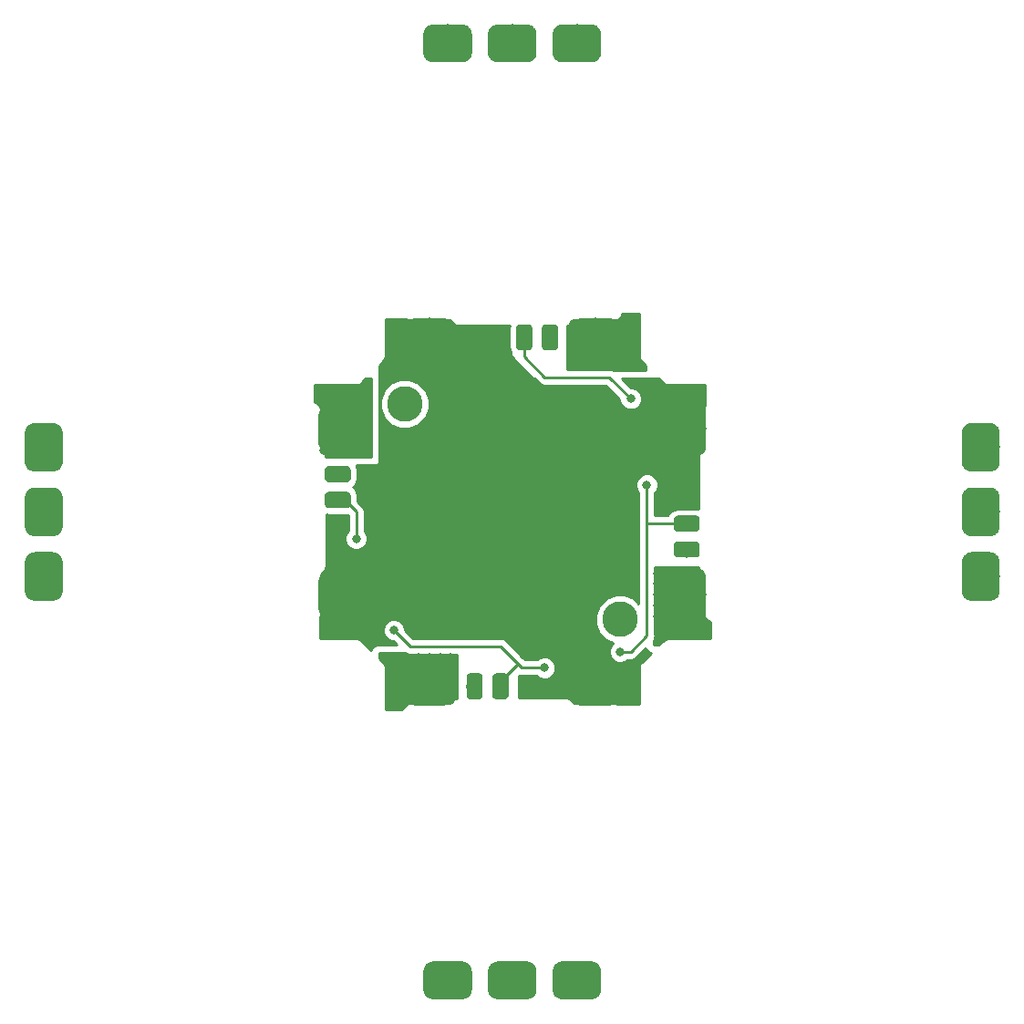
<source format=gtl>
G04 #@! TF.GenerationSoftware,KiCad,Pcbnew,5.0.0-fee4fd1~66~ubuntu16.04.1*
G04 #@! TF.CreationDate,2018-09-11T21:28:54+02:00*
G04 #@! TF.ProjectId,inverted_quad_pdb,696E7665727465645F717561645F7064,rev?*
G04 #@! TF.SameCoordinates,Original*
G04 #@! TF.FileFunction,Copper,L1,Top,Signal*
G04 #@! TF.FilePolarity,Positive*
%FSLAX46Y46*%
G04 Gerber Fmt 4.6, Leading zero omitted, Abs format (unit mm)*
G04 Created by KiCad (PCBNEW 5.0.0-fee4fd1~66~ubuntu16.04.1) date Tue Sep 11 21:28:54 2018*
%MOMM*%
%LPD*%
G01*
G04 APERTURE LIST*
G04 #@! TA.AperFunction,Conductor*
%ADD10C,0.100000*%
G04 #@! TD*
G04 #@! TA.AperFunction,SMDPad,CuDef*
%ADD11C,1.500000*%
G04 #@! TD*
G04 #@! TA.AperFunction,SMDPad,CuDef*
%ADD12C,3.500000*%
G04 #@! TD*
G04 #@! TA.AperFunction,SMDPad,CuDef*
%ADD13C,3.000000*%
G04 #@! TD*
G04 #@! TA.AperFunction,ViaPad*
%ADD14C,3.300000*%
G04 #@! TD*
G04 #@! TA.AperFunction,ViaPad*
%ADD15C,0.800000*%
G04 #@! TD*
G04 #@! TA.AperFunction,Conductor*
%ADD16C,0.250000*%
G04 #@! TD*
G04 #@! TA.AperFunction,Conductor*
%ADD17C,0.254000*%
G04 #@! TD*
G04 APERTURE END LIST*
D10*
G04 #@! TO.N,/TLM*
G04 #@! TO.C,ESC4*
G36*
X147061756Y-115351806D02*
X147098159Y-115357206D01*
X147133857Y-115366147D01*
X147168506Y-115378545D01*
X147201774Y-115394280D01*
X147233339Y-115413199D01*
X147262897Y-115435121D01*
X147290165Y-115459835D01*
X147314879Y-115487103D01*
X147336801Y-115516661D01*
X147355720Y-115548226D01*
X147371455Y-115581494D01*
X147383853Y-115616143D01*
X147392794Y-115651841D01*
X147398194Y-115688244D01*
X147400000Y-115725000D01*
X147400000Y-116475000D01*
X147398194Y-116511756D01*
X147392794Y-116548159D01*
X147383853Y-116583857D01*
X147371455Y-116618506D01*
X147355720Y-116651774D01*
X147336801Y-116683339D01*
X147314879Y-116712897D01*
X147290165Y-116740165D01*
X147262897Y-116764879D01*
X147233339Y-116786801D01*
X147201774Y-116805720D01*
X147168506Y-116821455D01*
X147133857Y-116833853D01*
X147098159Y-116842794D01*
X147061756Y-116848194D01*
X147025000Y-116850000D01*
X145375000Y-116850000D01*
X145338244Y-116848194D01*
X145301841Y-116842794D01*
X145266143Y-116833853D01*
X145231494Y-116821455D01*
X145198226Y-116805720D01*
X145166661Y-116786801D01*
X145137103Y-116764879D01*
X145109835Y-116740165D01*
X145085121Y-116712897D01*
X145063199Y-116683339D01*
X145044280Y-116651774D01*
X145028545Y-116618506D01*
X145016147Y-116583857D01*
X145007206Y-116548159D01*
X145001806Y-116511756D01*
X145000000Y-116475000D01*
X145000000Y-115725000D01*
X145001806Y-115688244D01*
X145007206Y-115651841D01*
X145016147Y-115616143D01*
X145028545Y-115581494D01*
X145044280Y-115548226D01*
X145063199Y-115516661D01*
X145085121Y-115487103D01*
X145109835Y-115459835D01*
X145137103Y-115435121D01*
X145166661Y-115413199D01*
X145198226Y-115394280D01*
X145231494Y-115378545D01*
X145266143Y-115366147D01*
X145301841Y-115357206D01*
X145338244Y-115351806D01*
X145375000Y-115350000D01*
X147025000Y-115350000D01*
X147061756Y-115351806D01*
X147061756Y-115351806D01*
G37*
D11*
G04 #@! TD*
G04 #@! TO.P,ESC4,2*
G04 #@! TO.N,/TLM*
X146200000Y-116100000D03*
D10*
G04 #@! TO.N,/PWM4*
G04 #@! TO.C,ESC4*
G36*
X147061756Y-117751806D02*
X147098159Y-117757206D01*
X147133857Y-117766147D01*
X147168506Y-117778545D01*
X147201774Y-117794280D01*
X147233339Y-117813199D01*
X147262897Y-117835121D01*
X147290165Y-117859835D01*
X147314879Y-117887103D01*
X147336801Y-117916661D01*
X147355720Y-117948226D01*
X147371455Y-117981494D01*
X147383853Y-118016143D01*
X147392794Y-118051841D01*
X147398194Y-118088244D01*
X147400000Y-118125000D01*
X147400000Y-118875000D01*
X147398194Y-118911756D01*
X147392794Y-118948159D01*
X147383853Y-118983857D01*
X147371455Y-119018506D01*
X147355720Y-119051774D01*
X147336801Y-119083339D01*
X147314879Y-119112897D01*
X147290165Y-119140165D01*
X147262897Y-119164879D01*
X147233339Y-119186801D01*
X147201774Y-119205720D01*
X147168506Y-119221455D01*
X147133857Y-119233853D01*
X147098159Y-119242794D01*
X147061756Y-119248194D01*
X147025000Y-119250000D01*
X145375000Y-119250000D01*
X145338244Y-119248194D01*
X145301841Y-119242794D01*
X145266143Y-119233853D01*
X145231494Y-119221455D01*
X145198226Y-119205720D01*
X145166661Y-119186801D01*
X145137103Y-119164879D01*
X145109835Y-119140165D01*
X145085121Y-119112897D01*
X145063199Y-119083339D01*
X145044280Y-119051774D01*
X145028545Y-119018506D01*
X145016147Y-118983857D01*
X145007206Y-118948159D01*
X145001806Y-118911756D01*
X145000000Y-118875000D01*
X145000000Y-118125000D01*
X145001806Y-118088244D01*
X145007206Y-118051841D01*
X145016147Y-118016143D01*
X145028545Y-117981494D01*
X145044280Y-117948226D01*
X145063199Y-117916661D01*
X145085121Y-117887103D01*
X145109835Y-117859835D01*
X145137103Y-117835121D01*
X145166661Y-117813199D01*
X145198226Y-117794280D01*
X145231494Y-117778545D01*
X145266143Y-117766147D01*
X145301841Y-117757206D01*
X145338244Y-117751806D01*
X145375000Y-117750000D01*
X147025000Y-117750000D01*
X147061756Y-117751806D01*
X147061756Y-117751806D01*
G37*
D11*
G04 #@! TD*
G04 #@! TO.P,ESC4,3*
G04 #@! TO.N,/PWM4*
X146200000Y-118500000D03*
D10*
G04 #@! TO.N,Net-(ESC4-Pad6)*
G04 #@! TO.C,ESC4*
G36*
X174460765Y-112754213D02*
X174545704Y-112766813D01*
X174628999Y-112787677D01*
X174709848Y-112816605D01*
X174787472Y-112853319D01*
X174861124Y-112897464D01*
X174930094Y-112948616D01*
X174993718Y-113006282D01*
X175051384Y-113069906D01*
X175102536Y-113138876D01*
X175146681Y-113212528D01*
X175183395Y-113290152D01*
X175212323Y-113371001D01*
X175233187Y-113454296D01*
X175245787Y-113539235D01*
X175250000Y-113625000D01*
X175250000Y-116375000D01*
X175245787Y-116460765D01*
X175233187Y-116545704D01*
X175212323Y-116628999D01*
X175183395Y-116709848D01*
X175146681Y-116787472D01*
X175102536Y-116861124D01*
X175051384Y-116930094D01*
X174993718Y-116993718D01*
X174930094Y-117051384D01*
X174861124Y-117102536D01*
X174787472Y-117146681D01*
X174709848Y-117183395D01*
X174628999Y-117212323D01*
X174545704Y-117233187D01*
X174460765Y-117245787D01*
X174375000Y-117250000D01*
X172625000Y-117250000D01*
X172539235Y-117245787D01*
X172454296Y-117233187D01*
X172371001Y-117212323D01*
X172290152Y-117183395D01*
X172212528Y-117146681D01*
X172138876Y-117102536D01*
X172069906Y-117051384D01*
X172006282Y-116993718D01*
X171948616Y-116930094D01*
X171897464Y-116861124D01*
X171853319Y-116787472D01*
X171816605Y-116709848D01*
X171787677Y-116628999D01*
X171766813Y-116545704D01*
X171754213Y-116460765D01*
X171750000Y-116375000D01*
X171750000Y-113625000D01*
X171754213Y-113539235D01*
X171766813Y-113454296D01*
X171787677Y-113371001D01*
X171816605Y-113290152D01*
X171853319Y-113212528D01*
X171897464Y-113138876D01*
X171948616Y-113069906D01*
X172006282Y-113006282D01*
X172069906Y-112948616D01*
X172138876Y-112897464D01*
X172212528Y-112853319D01*
X172290152Y-112816605D01*
X172371001Y-112787677D01*
X172454296Y-112766813D01*
X172539235Y-112754213D01*
X172625000Y-112750000D01*
X174375000Y-112750000D01*
X174460765Y-112754213D01*
X174460765Y-112754213D01*
G37*
D12*
G04 #@! TD*
G04 #@! TO.P,ESC4,6*
G04 #@! TO.N,Net-(ESC4-Pad6)*
X173500000Y-115000000D03*
D10*
G04 #@! TO.N,Net-(ESC4-Pad7)*
G04 #@! TO.C,ESC4*
G36*
X174460765Y-106754213D02*
X174545704Y-106766813D01*
X174628999Y-106787677D01*
X174709848Y-106816605D01*
X174787472Y-106853319D01*
X174861124Y-106897464D01*
X174930094Y-106948616D01*
X174993718Y-107006282D01*
X175051384Y-107069906D01*
X175102536Y-107138876D01*
X175146681Y-107212528D01*
X175183395Y-107290152D01*
X175212323Y-107371001D01*
X175233187Y-107454296D01*
X175245787Y-107539235D01*
X175250000Y-107625000D01*
X175250000Y-110375000D01*
X175245787Y-110460765D01*
X175233187Y-110545704D01*
X175212323Y-110628999D01*
X175183395Y-110709848D01*
X175146681Y-110787472D01*
X175102536Y-110861124D01*
X175051384Y-110930094D01*
X174993718Y-110993718D01*
X174930094Y-111051384D01*
X174861124Y-111102536D01*
X174787472Y-111146681D01*
X174709848Y-111183395D01*
X174628999Y-111212323D01*
X174545704Y-111233187D01*
X174460765Y-111245787D01*
X174375000Y-111250000D01*
X172625000Y-111250000D01*
X172539235Y-111245787D01*
X172454296Y-111233187D01*
X172371001Y-111212323D01*
X172290152Y-111183395D01*
X172212528Y-111146681D01*
X172138876Y-111102536D01*
X172069906Y-111051384D01*
X172006282Y-110993718D01*
X171948616Y-110930094D01*
X171897464Y-110861124D01*
X171853319Y-110787472D01*
X171816605Y-110709848D01*
X171787677Y-110628999D01*
X171766813Y-110545704D01*
X171754213Y-110460765D01*
X171750000Y-110375000D01*
X171750000Y-107625000D01*
X171754213Y-107539235D01*
X171766813Y-107454296D01*
X171787677Y-107371001D01*
X171816605Y-107290152D01*
X171853319Y-107212528D01*
X171897464Y-107138876D01*
X171948616Y-107069906D01*
X172006282Y-107006282D01*
X172069906Y-106948616D01*
X172138876Y-106897464D01*
X172212528Y-106853319D01*
X172290152Y-106816605D01*
X172371001Y-106787677D01*
X172454296Y-106766813D01*
X172539235Y-106754213D01*
X172625000Y-106750000D01*
X174375000Y-106750000D01*
X174460765Y-106754213D01*
X174460765Y-106754213D01*
G37*
D12*
G04 #@! TD*
G04 #@! TO.P,ESC4,7*
G04 #@! TO.N,Net-(ESC4-Pad7)*
X173500000Y-109000000D03*
D10*
G04 #@! TO.N,Net-(ESC4-Pad5)*
G04 #@! TO.C,ESC4*
G36*
X174460765Y-118754213D02*
X174545704Y-118766813D01*
X174628999Y-118787677D01*
X174709848Y-118816605D01*
X174787472Y-118853319D01*
X174861124Y-118897464D01*
X174930094Y-118948616D01*
X174993718Y-119006282D01*
X175051384Y-119069906D01*
X175102536Y-119138876D01*
X175146681Y-119212528D01*
X175183395Y-119290152D01*
X175212323Y-119371001D01*
X175233187Y-119454296D01*
X175245787Y-119539235D01*
X175250000Y-119625000D01*
X175250000Y-122375000D01*
X175245787Y-122460765D01*
X175233187Y-122545704D01*
X175212323Y-122628999D01*
X175183395Y-122709848D01*
X175146681Y-122787472D01*
X175102536Y-122861124D01*
X175051384Y-122930094D01*
X174993718Y-122993718D01*
X174930094Y-123051384D01*
X174861124Y-123102536D01*
X174787472Y-123146681D01*
X174709848Y-123183395D01*
X174628999Y-123212323D01*
X174545704Y-123233187D01*
X174460765Y-123245787D01*
X174375000Y-123250000D01*
X172625000Y-123250000D01*
X172539235Y-123245787D01*
X172454296Y-123233187D01*
X172371001Y-123212323D01*
X172290152Y-123183395D01*
X172212528Y-123146681D01*
X172138876Y-123102536D01*
X172069906Y-123051384D01*
X172006282Y-122993718D01*
X171948616Y-122930094D01*
X171897464Y-122861124D01*
X171853319Y-122787472D01*
X171816605Y-122709848D01*
X171787677Y-122628999D01*
X171766813Y-122545704D01*
X171754213Y-122460765D01*
X171750000Y-122375000D01*
X171750000Y-119625000D01*
X171754213Y-119539235D01*
X171766813Y-119454296D01*
X171787677Y-119371001D01*
X171816605Y-119290152D01*
X171853319Y-119212528D01*
X171897464Y-119138876D01*
X171948616Y-119069906D01*
X172006282Y-119006282D01*
X172069906Y-118948616D01*
X172138876Y-118897464D01*
X172212528Y-118853319D01*
X172290152Y-118816605D01*
X172371001Y-118787677D01*
X172454296Y-118766813D01*
X172539235Y-118754213D01*
X172625000Y-118750000D01*
X174375000Y-118750000D01*
X174460765Y-118754213D01*
X174460765Y-118754213D01*
G37*
D12*
G04 #@! TD*
G04 #@! TO.P,ESC4,5*
G04 #@! TO.N,Net-(ESC4-Pad5)*
X173500000Y-121000000D03*
D10*
G04 #@! TO.N,GND*
G04 #@! TO.C,ESC4*
G36*
X147323513Y-120703611D02*
X147396318Y-120714411D01*
X147467714Y-120732295D01*
X147537013Y-120757090D01*
X147603548Y-120788559D01*
X147666678Y-120826398D01*
X147725795Y-120870242D01*
X147780330Y-120919670D01*
X147829758Y-120974205D01*
X147873602Y-121033322D01*
X147911441Y-121096452D01*
X147942910Y-121162987D01*
X147967705Y-121232286D01*
X147985589Y-121303682D01*
X147996389Y-121376487D01*
X148000000Y-121450000D01*
X148000000Y-123950000D01*
X147996389Y-124023513D01*
X147985589Y-124096318D01*
X147967705Y-124167714D01*
X147942910Y-124237013D01*
X147911441Y-124303548D01*
X147873602Y-124366678D01*
X147829758Y-124425795D01*
X147780330Y-124480330D01*
X147725795Y-124529758D01*
X147666678Y-124573602D01*
X147603548Y-124611441D01*
X147537013Y-124642910D01*
X147467714Y-124667705D01*
X147396318Y-124685589D01*
X147323513Y-124696389D01*
X147250000Y-124700000D01*
X145750000Y-124700000D01*
X145676487Y-124696389D01*
X145603682Y-124685589D01*
X145532286Y-124667705D01*
X145462987Y-124642910D01*
X145396452Y-124611441D01*
X145333322Y-124573602D01*
X145274205Y-124529758D01*
X145219670Y-124480330D01*
X145170242Y-124425795D01*
X145126398Y-124366678D01*
X145088559Y-124303548D01*
X145057090Y-124237013D01*
X145032295Y-124167714D01*
X145014411Y-124096318D01*
X145003611Y-124023513D01*
X145000000Y-123950000D01*
X145000000Y-121450000D01*
X145003611Y-121376487D01*
X145014411Y-121303682D01*
X145032295Y-121232286D01*
X145057090Y-121162987D01*
X145088559Y-121096452D01*
X145126398Y-121033322D01*
X145170242Y-120974205D01*
X145219670Y-120919670D01*
X145274205Y-120870242D01*
X145333322Y-120826398D01*
X145396452Y-120788559D01*
X145462987Y-120757090D01*
X145532286Y-120732295D01*
X145603682Y-120714411D01*
X145676487Y-120703611D01*
X145750000Y-120700000D01*
X147250000Y-120700000D01*
X147323513Y-120703611D01*
X147323513Y-120703611D01*
G37*
D13*
G04 #@! TD*
G04 #@! TO.P,ESC4,4*
G04 #@! TO.N,GND*
X146500000Y-122700000D03*
D10*
G04 #@! TO.N,+BATT*
G04 #@! TO.C,ESC4*
G36*
X147323513Y-105303611D02*
X147396318Y-105314411D01*
X147467714Y-105332295D01*
X147537013Y-105357090D01*
X147603548Y-105388559D01*
X147666678Y-105426398D01*
X147725795Y-105470242D01*
X147780330Y-105519670D01*
X147829758Y-105574205D01*
X147873602Y-105633322D01*
X147911441Y-105696452D01*
X147942910Y-105762987D01*
X147967705Y-105832286D01*
X147985589Y-105903682D01*
X147996389Y-105976487D01*
X148000000Y-106050000D01*
X148000000Y-108550000D01*
X147996389Y-108623513D01*
X147985589Y-108696318D01*
X147967705Y-108767714D01*
X147942910Y-108837013D01*
X147911441Y-108903548D01*
X147873602Y-108966678D01*
X147829758Y-109025795D01*
X147780330Y-109080330D01*
X147725795Y-109129758D01*
X147666678Y-109173602D01*
X147603548Y-109211441D01*
X147537013Y-109242910D01*
X147467714Y-109267705D01*
X147396318Y-109285589D01*
X147323513Y-109296389D01*
X147250000Y-109300000D01*
X145750000Y-109300000D01*
X145676487Y-109296389D01*
X145603682Y-109285589D01*
X145532286Y-109267705D01*
X145462987Y-109242910D01*
X145396452Y-109211441D01*
X145333322Y-109173602D01*
X145274205Y-109129758D01*
X145219670Y-109080330D01*
X145170242Y-109025795D01*
X145126398Y-108966678D01*
X145088559Y-108903548D01*
X145057090Y-108837013D01*
X145032295Y-108767714D01*
X145014411Y-108696318D01*
X145003611Y-108623513D01*
X145000000Y-108550000D01*
X145000000Y-106050000D01*
X145003611Y-105976487D01*
X145014411Y-105903682D01*
X145032295Y-105832286D01*
X145057090Y-105762987D01*
X145088559Y-105696452D01*
X145126398Y-105633322D01*
X145170242Y-105574205D01*
X145219670Y-105519670D01*
X145274205Y-105470242D01*
X145333322Y-105426398D01*
X145396452Y-105388559D01*
X145462987Y-105357090D01*
X145532286Y-105332295D01*
X145603682Y-105314411D01*
X145676487Y-105303611D01*
X145750000Y-105300000D01*
X147250000Y-105300000D01*
X147323513Y-105303611D01*
X147323513Y-105303611D01*
G37*
D13*
G04 #@! TD*
G04 #@! TO.P,ESC4,1*
G04 #@! TO.N,+BATT*
X146500000Y-107300000D03*
D10*
G04 #@! TO.N,+BATT*
G04 #@! TO.C,ESC3*
G36*
X139023513Y-130003611D02*
X139096318Y-130014411D01*
X139167714Y-130032295D01*
X139237013Y-130057090D01*
X139303548Y-130088559D01*
X139366678Y-130126398D01*
X139425795Y-130170242D01*
X139480330Y-130219670D01*
X139529758Y-130274205D01*
X139573602Y-130333322D01*
X139611441Y-130396452D01*
X139642910Y-130462987D01*
X139667705Y-130532286D01*
X139685589Y-130603682D01*
X139696389Y-130676487D01*
X139700000Y-130750000D01*
X139700000Y-132250000D01*
X139696389Y-132323513D01*
X139685589Y-132396318D01*
X139667705Y-132467714D01*
X139642910Y-132537013D01*
X139611441Y-132603548D01*
X139573602Y-132666678D01*
X139529758Y-132725795D01*
X139480330Y-132780330D01*
X139425795Y-132829758D01*
X139366678Y-132873602D01*
X139303548Y-132911441D01*
X139237013Y-132942910D01*
X139167714Y-132967705D01*
X139096318Y-132985589D01*
X139023513Y-132996389D01*
X138950000Y-133000000D01*
X136450000Y-133000000D01*
X136376487Y-132996389D01*
X136303682Y-132985589D01*
X136232286Y-132967705D01*
X136162987Y-132942910D01*
X136096452Y-132911441D01*
X136033322Y-132873602D01*
X135974205Y-132829758D01*
X135919670Y-132780330D01*
X135870242Y-132725795D01*
X135826398Y-132666678D01*
X135788559Y-132603548D01*
X135757090Y-132537013D01*
X135732295Y-132467714D01*
X135714411Y-132396318D01*
X135703611Y-132323513D01*
X135700000Y-132250000D01*
X135700000Y-130750000D01*
X135703611Y-130676487D01*
X135714411Y-130603682D01*
X135732295Y-130532286D01*
X135757090Y-130462987D01*
X135788559Y-130396452D01*
X135826398Y-130333322D01*
X135870242Y-130274205D01*
X135919670Y-130219670D01*
X135974205Y-130170242D01*
X136033322Y-130126398D01*
X136096452Y-130088559D01*
X136162987Y-130057090D01*
X136232286Y-130032295D01*
X136303682Y-130014411D01*
X136376487Y-130003611D01*
X136450000Y-130000000D01*
X138950000Y-130000000D01*
X139023513Y-130003611D01*
X139023513Y-130003611D01*
G37*
D13*
G04 #@! TD*
G04 #@! TO.P,ESC3,1*
G04 #@! TO.N,+BATT*
X137700000Y-131500000D03*
D10*
G04 #@! TO.N,GND*
G04 #@! TO.C,ESC3*
G36*
X123623513Y-130003611D02*
X123696318Y-130014411D01*
X123767714Y-130032295D01*
X123837013Y-130057090D01*
X123903548Y-130088559D01*
X123966678Y-130126398D01*
X124025795Y-130170242D01*
X124080330Y-130219670D01*
X124129758Y-130274205D01*
X124173602Y-130333322D01*
X124211441Y-130396452D01*
X124242910Y-130462987D01*
X124267705Y-130532286D01*
X124285589Y-130603682D01*
X124296389Y-130676487D01*
X124300000Y-130750000D01*
X124300000Y-132250000D01*
X124296389Y-132323513D01*
X124285589Y-132396318D01*
X124267705Y-132467714D01*
X124242910Y-132537013D01*
X124211441Y-132603548D01*
X124173602Y-132666678D01*
X124129758Y-132725795D01*
X124080330Y-132780330D01*
X124025795Y-132829758D01*
X123966678Y-132873602D01*
X123903548Y-132911441D01*
X123837013Y-132942910D01*
X123767714Y-132967705D01*
X123696318Y-132985589D01*
X123623513Y-132996389D01*
X123550000Y-133000000D01*
X121050000Y-133000000D01*
X120976487Y-132996389D01*
X120903682Y-132985589D01*
X120832286Y-132967705D01*
X120762987Y-132942910D01*
X120696452Y-132911441D01*
X120633322Y-132873602D01*
X120574205Y-132829758D01*
X120519670Y-132780330D01*
X120470242Y-132725795D01*
X120426398Y-132666678D01*
X120388559Y-132603548D01*
X120357090Y-132537013D01*
X120332295Y-132467714D01*
X120314411Y-132396318D01*
X120303611Y-132323513D01*
X120300000Y-132250000D01*
X120300000Y-130750000D01*
X120303611Y-130676487D01*
X120314411Y-130603682D01*
X120332295Y-130532286D01*
X120357090Y-130462987D01*
X120388559Y-130396452D01*
X120426398Y-130333322D01*
X120470242Y-130274205D01*
X120519670Y-130219670D01*
X120574205Y-130170242D01*
X120633322Y-130126398D01*
X120696452Y-130088559D01*
X120762987Y-130057090D01*
X120832286Y-130032295D01*
X120903682Y-130014411D01*
X120976487Y-130003611D01*
X121050000Y-130000000D01*
X123550000Y-130000000D01*
X123623513Y-130003611D01*
X123623513Y-130003611D01*
G37*
D13*
G04 #@! TD*
G04 #@! TO.P,ESC3,4*
G04 #@! TO.N,GND*
X122300000Y-131500000D03*
D10*
G04 #@! TO.N,Net-(ESC3-Pad5)*
G04 #@! TO.C,ESC3*
G36*
X125460765Y-156754213D02*
X125545704Y-156766813D01*
X125628999Y-156787677D01*
X125709848Y-156816605D01*
X125787472Y-156853319D01*
X125861124Y-156897464D01*
X125930094Y-156948616D01*
X125993718Y-157006282D01*
X126051384Y-157069906D01*
X126102536Y-157138876D01*
X126146681Y-157212528D01*
X126183395Y-157290152D01*
X126212323Y-157371001D01*
X126233187Y-157454296D01*
X126245787Y-157539235D01*
X126250000Y-157625000D01*
X126250000Y-159375000D01*
X126245787Y-159460765D01*
X126233187Y-159545704D01*
X126212323Y-159628999D01*
X126183395Y-159709848D01*
X126146681Y-159787472D01*
X126102536Y-159861124D01*
X126051384Y-159930094D01*
X125993718Y-159993718D01*
X125930094Y-160051384D01*
X125861124Y-160102536D01*
X125787472Y-160146681D01*
X125709848Y-160183395D01*
X125628999Y-160212323D01*
X125545704Y-160233187D01*
X125460765Y-160245787D01*
X125375000Y-160250000D01*
X122625000Y-160250000D01*
X122539235Y-160245787D01*
X122454296Y-160233187D01*
X122371001Y-160212323D01*
X122290152Y-160183395D01*
X122212528Y-160146681D01*
X122138876Y-160102536D01*
X122069906Y-160051384D01*
X122006282Y-159993718D01*
X121948616Y-159930094D01*
X121897464Y-159861124D01*
X121853319Y-159787472D01*
X121816605Y-159709848D01*
X121787677Y-159628999D01*
X121766813Y-159545704D01*
X121754213Y-159460765D01*
X121750000Y-159375000D01*
X121750000Y-157625000D01*
X121754213Y-157539235D01*
X121766813Y-157454296D01*
X121787677Y-157371001D01*
X121816605Y-157290152D01*
X121853319Y-157212528D01*
X121897464Y-157138876D01*
X121948616Y-157069906D01*
X122006282Y-157006282D01*
X122069906Y-156948616D01*
X122138876Y-156897464D01*
X122212528Y-156853319D01*
X122290152Y-156816605D01*
X122371001Y-156787677D01*
X122454296Y-156766813D01*
X122539235Y-156754213D01*
X122625000Y-156750000D01*
X125375000Y-156750000D01*
X125460765Y-156754213D01*
X125460765Y-156754213D01*
G37*
D12*
G04 #@! TD*
G04 #@! TO.P,ESC3,5*
G04 #@! TO.N,Net-(ESC3-Pad5)*
X124000000Y-158500000D03*
D10*
G04 #@! TO.N,Net-(ESC3-Pad7)*
G04 #@! TO.C,ESC3*
G36*
X137460765Y-156754213D02*
X137545704Y-156766813D01*
X137628999Y-156787677D01*
X137709848Y-156816605D01*
X137787472Y-156853319D01*
X137861124Y-156897464D01*
X137930094Y-156948616D01*
X137993718Y-157006282D01*
X138051384Y-157069906D01*
X138102536Y-157138876D01*
X138146681Y-157212528D01*
X138183395Y-157290152D01*
X138212323Y-157371001D01*
X138233187Y-157454296D01*
X138245787Y-157539235D01*
X138250000Y-157625000D01*
X138250000Y-159375000D01*
X138245787Y-159460765D01*
X138233187Y-159545704D01*
X138212323Y-159628999D01*
X138183395Y-159709848D01*
X138146681Y-159787472D01*
X138102536Y-159861124D01*
X138051384Y-159930094D01*
X137993718Y-159993718D01*
X137930094Y-160051384D01*
X137861124Y-160102536D01*
X137787472Y-160146681D01*
X137709848Y-160183395D01*
X137628999Y-160212323D01*
X137545704Y-160233187D01*
X137460765Y-160245787D01*
X137375000Y-160250000D01*
X134625000Y-160250000D01*
X134539235Y-160245787D01*
X134454296Y-160233187D01*
X134371001Y-160212323D01*
X134290152Y-160183395D01*
X134212528Y-160146681D01*
X134138876Y-160102536D01*
X134069906Y-160051384D01*
X134006282Y-159993718D01*
X133948616Y-159930094D01*
X133897464Y-159861124D01*
X133853319Y-159787472D01*
X133816605Y-159709848D01*
X133787677Y-159628999D01*
X133766813Y-159545704D01*
X133754213Y-159460765D01*
X133750000Y-159375000D01*
X133750000Y-157625000D01*
X133754213Y-157539235D01*
X133766813Y-157454296D01*
X133787677Y-157371001D01*
X133816605Y-157290152D01*
X133853319Y-157212528D01*
X133897464Y-157138876D01*
X133948616Y-157069906D01*
X134006282Y-157006282D01*
X134069906Y-156948616D01*
X134138876Y-156897464D01*
X134212528Y-156853319D01*
X134290152Y-156816605D01*
X134371001Y-156787677D01*
X134454296Y-156766813D01*
X134539235Y-156754213D01*
X134625000Y-156750000D01*
X137375000Y-156750000D01*
X137460765Y-156754213D01*
X137460765Y-156754213D01*
G37*
D12*
G04 #@! TD*
G04 #@! TO.P,ESC3,7*
G04 #@! TO.N,Net-(ESC3-Pad7)*
X136000000Y-158500000D03*
D10*
G04 #@! TO.N,Net-(ESC3-Pad6)*
G04 #@! TO.C,ESC3*
G36*
X131460765Y-156754213D02*
X131545704Y-156766813D01*
X131628999Y-156787677D01*
X131709848Y-156816605D01*
X131787472Y-156853319D01*
X131861124Y-156897464D01*
X131930094Y-156948616D01*
X131993718Y-157006282D01*
X132051384Y-157069906D01*
X132102536Y-157138876D01*
X132146681Y-157212528D01*
X132183395Y-157290152D01*
X132212323Y-157371001D01*
X132233187Y-157454296D01*
X132245787Y-157539235D01*
X132250000Y-157625000D01*
X132250000Y-159375000D01*
X132245787Y-159460765D01*
X132233187Y-159545704D01*
X132212323Y-159628999D01*
X132183395Y-159709848D01*
X132146681Y-159787472D01*
X132102536Y-159861124D01*
X132051384Y-159930094D01*
X131993718Y-159993718D01*
X131930094Y-160051384D01*
X131861124Y-160102536D01*
X131787472Y-160146681D01*
X131709848Y-160183395D01*
X131628999Y-160212323D01*
X131545704Y-160233187D01*
X131460765Y-160245787D01*
X131375000Y-160250000D01*
X128625000Y-160250000D01*
X128539235Y-160245787D01*
X128454296Y-160233187D01*
X128371001Y-160212323D01*
X128290152Y-160183395D01*
X128212528Y-160146681D01*
X128138876Y-160102536D01*
X128069906Y-160051384D01*
X128006282Y-159993718D01*
X127948616Y-159930094D01*
X127897464Y-159861124D01*
X127853319Y-159787472D01*
X127816605Y-159709848D01*
X127787677Y-159628999D01*
X127766813Y-159545704D01*
X127754213Y-159460765D01*
X127750000Y-159375000D01*
X127750000Y-157625000D01*
X127754213Y-157539235D01*
X127766813Y-157454296D01*
X127787677Y-157371001D01*
X127816605Y-157290152D01*
X127853319Y-157212528D01*
X127897464Y-157138876D01*
X127948616Y-157069906D01*
X128006282Y-157006282D01*
X128069906Y-156948616D01*
X128138876Y-156897464D01*
X128212528Y-156853319D01*
X128290152Y-156816605D01*
X128371001Y-156787677D01*
X128454296Y-156766813D01*
X128539235Y-156754213D01*
X128625000Y-156750000D01*
X131375000Y-156750000D01*
X131460765Y-156754213D01*
X131460765Y-156754213D01*
G37*
D12*
G04 #@! TD*
G04 #@! TO.P,ESC3,6*
G04 #@! TO.N,Net-(ESC3-Pad6)*
X130000000Y-158500000D03*
D10*
G04 #@! TO.N,/PWM3*
G04 #@! TO.C,ESC3*
G36*
X126911756Y-130001806D02*
X126948159Y-130007206D01*
X126983857Y-130016147D01*
X127018506Y-130028545D01*
X127051774Y-130044280D01*
X127083339Y-130063199D01*
X127112897Y-130085121D01*
X127140165Y-130109835D01*
X127164879Y-130137103D01*
X127186801Y-130166661D01*
X127205720Y-130198226D01*
X127221455Y-130231494D01*
X127233853Y-130266143D01*
X127242794Y-130301841D01*
X127248194Y-130338244D01*
X127250000Y-130375000D01*
X127250000Y-132025000D01*
X127248194Y-132061756D01*
X127242794Y-132098159D01*
X127233853Y-132133857D01*
X127221455Y-132168506D01*
X127205720Y-132201774D01*
X127186801Y-132233339D01*
X127164879Y-132262897D01*
X127140165Y-132290165D01*
X127112897Y-132314879D01*
X127083339Y-132336801D01*
X127051774Y-132355720D01*
X127018506Y-132371455D01*
X126983857Y-132383853D01*
X126948159Y-132392794D01*
X126911756Y-132398194D01*
X126875000Y-132400000D01*
X126125000Y-132400000D01*
X126088244Y-132398194D01*
X126051841Y-132392794D01*
X126016143Y-132383853D01*
X125981494Y-132371455D01*
X125948226Y-132355720D01*
X125916661Y-132336801D01*
X125887103Y-132314879D01*
X125859835Y-132290165D01*
X125835121Y-132262897D01*
X125813199Y-132233339D01*
X125794280Y-132201774D01*
X125778545Y-132168506D01*
X125766147Y-132133857D01*
X125757206Y-132098159D01*
X125751806Y-132061756D01*
X125750000Y-132025000D01*
X125750000Y-130375000D01*
X125751806Y-130338244D01*
X125757206Y-130301841D01*
X125766147Y-130266143D01*
X125778545Y-130231494D01*
X125794280Y-130198226D01*
X125813199Y-130166661D01*
X125835121Y-130137103D01*
X125859835Y-130109835D01*
X125887103Y-130085121D01*
X125916661Y-130063199D01*
X125948226Y-130044280D01*
X125981494Y-130028545D01*
X126016143Y-130016147D01*
X126051841Y-130007206D01*
X126088244Y-130001806D01*
X126125000Y-130000000D01*
X126875000Y-130000000D01*
X126911756Y-130001806D01*
X126911756Y-130001806D01*
G37*
D11*
G04 #@! TD*
G04 #@! TO.P,ESC3,3*
G04 #@! TO.N,/PWM3*
X126500000Y-131200000D03*
D10*
G04 #@! TO.N,/TLM*
G04 #@! TO.C,ESC3*
G36*
X129311756Y-130001806D02*
X129348159Y-130007206D01*
X129383857Y-130016147D01*
X129418506Y-130028545D01*
X129451774Y-130044280D01*
X129483339Y-130063199D01*
X129512897Y-130085121D01*
X129540165Y-130109835D01*
X129564879Y-130137103D01*
X129586801Y-130166661D01*
X129605720Y-130198226D01*
X129621455Y-130231494D01*
X129633853Y-130266143D01*
X129642794Y-130301841D01*
X129648194Y-130338244D01*
X129650000Y-130375000D01*
X129650000Y-132025000D01*
X129648194Y-132061756D01*
X129642794Y-132098159D01*
X129633853Y-132133857D01*
X129621455Y-132168506D01*
X129605720Y-132201774D01*
X129586801Y-132233339D01*
X129564879Y-132262897D01*
X129540165Y-132290165D01*
X129512897Y-132314879D01*
X129483339Y-132336801D01*
X129451774Y-132355720D01*
X129418506Y-132371455D01*
X129383857Y-132383853D01*
X129348159Y-132392794D01*
X129311756Y-132398194D01*
X129275000Y-132400000D01*
X128525000Y-132400000D01*
X128488244Y-132398194D01*
X128451841Y-132392794D01*
X128416143Y-132383853D01*
X128381494Y-132371455D01*
X128348226Y-132355720D01*
X128316661Y-132336801D01*
X128287103Y-132314879D01*
X128259835Y-132290165D01*
X128235121Y-132262897D01*
X128213199Y-132233339D01*
X128194280Y-132201774D01*
X128178545Y-132168506D01*
X128166147Y-132133857D01*
X128157206Y-132098159D01*
X128151806Y-132061756D01*
X128150000Y-132025000D01*
X128150000Y-130375000D01*
X128151806Y-130338244D01*
X128157206Y-130301841D01*
X128166147Y-130266143D01*
X128178545Y-130231494D01*
X128194280Y-130198226D01*
X128213199Y-130166661D01*
X128235121Y-130137103D01*
X128259835Y-130109835D01*
X128287103Y-130085121D01*
X128316661Y-130063199D01*
X128348226Y-130044280D01*
X128381494Y-130028545D01*
X128416143Y-130016147D01*
X128451841Y-130007206D01*
X128488244Y-130001806D01*
X128525000Y-130000000D01*
X129275000Y-130000000D01*
X129311756Y-130001806D01*
X129311756Y-130001806D01*
G37*
D11*
G04 #@! TD*
G04 #@! TO.P,ESC3,2*
G04 #@! TO.N,/TLM*
X128900000Y-131200000D03*
D10*
G04 #@! TO.N,/TLM*
G04 #@! TO.C,ESC2*
G36*
X114661756Y-113151806D02*
X114698159Y-113157206D01*
X114733857Y-113166147D01*
X114768506Y-113178545D01*
X114801774Y-113194280D01*
X114833339Y-113213199D01*
X114862897Y-113235121D01*
X114890165Y-113259835D01*
X114914879Y-113287103D01*
X114936801Y-113316661D01*
X114955720Y-113348226D01*
X114971455Y-113381494D01*
X114983853Y-113416143D01*
X114992794Y-113451841D01*
X114998194Y-113488244D01*
X115000000Y-113525000D01*
X115000000Y-114275000D01*
X114998194Y-114311756D01*
X114992794Y-114348159D01*
X114983853Y-114383857D01*
X114971455Y-114418506D01*
X114955720Y-114451774D01*
X114936801Y-114483339D01*
X114914879Y-114512897D01*
X114890165Y-114540165D01*
X114862897Y-114564879D01*
X114833339Y-114586801D01*
X114801774Y-114605720D01*
X114768506Y-114621455D01*
X114733857Y-114633853D01*
X114698159Y-114642794D01*
X114661756Y-114648194D01*
X114625000Y-114650000D01*
X112975000Y-114650000D01*
X112938244Y-114648194D01*
X112901841Y-114642794D01*
X112866143Y-114633853D01*
X112831494Y-114621455D01*
X112798226Y-114605720D01*
X112766661Y-114586801D01*
X112737103Y-114564879D01*
X112709835Y-114540165D01*
X112685121Y-114512897D01*
X112663199Y-114483339D01*
X112644280Y-114451774D01*
X112628545Y-114418506D01*
X112616147Y-114383857D01*
X112607206Y-114348159D01*
X112601806Y-114311756D01*
X112600000Y-114275000D01*
X112600000Y-113525000D01*
X112601806Y-113488244D01*
X112607206Y-113451841D01*
X112616147Y-113416143D01*
X112628545Y-113381494D01*
X112644280Y-113348226D01*
X112663199Y-113316661D01*
X112685121Y-113287103D01*
X112709835Y-113259835D01*
X112737103Y-113235121D01*
X112766661Y-113213199D01*
X112798226Y-113194280D01*
X112831494Y-113178545D01*
X112866143Y-113166147D01*
X112901841Y-113157206D01*
X112938244Y-113151806D01*
X112975000Y-113150000D01*
X114625000Y-113150000D01*
X114661756Y-113151806D01*
X114661756Y-113151806D01*
G37*
D11*
G04 #@! TD*
G04 #@! TO.P,ESC2,2*
G04 #@! TO.N,/TLM*
X113800000Y-113900000D03*
D10*
G04 #@! TO.N,/PWM2*
G04 #@! TO.C,ESC2*
G36*
X114661756Y-110751806D02*
X114698159Y-110757206D01*
X114733857Y-110766147D01*
X114768506Y-110778545D01*
X114801774Y-110794280D01*
X114833339Y-110813199D01*
X114862897Y-110835121D01*
X114890165Y-110859835D01*
X114914879Y-110887103D01*
X114936801Y-110916661D01*
X114955720Y-110948226D01*
X114971455Y-110981494D01*
X114983853Y-111016143D01*
X114992794Y-111051841D01*
X114998194Y-111088244D01*
X115000000Y-111125000D01*
X115000000Y-111875000D01*
X114998194Y-111911756D01*
X114992794Y-111948159D01*
X114983853Y-111983857D01*
X114971455Y-112018506D01*
X114955720Y-112051774D01*
X114936801Y-112083339D01*
X114914879Y-112112897D01*
X114890165Y-112140165D01*
X114862897Y-112164879D01*
X114833339Y-112186801D01*
X114801774Y-112205720D01*
X114768506Y-112221455D01*
X114733857Y-112233853D01*
X114698159Y-112242794D01*
X114661756Y-112248194D01*
X114625000Y-112250000D01*
X112975000Y-112250000D01*
X112938244Y-112248194D01*
X112901841Y-112242794D01*
X112866143Y-112233853D01*
X112831494Y-112221455D01*
X112798226Y-112205720D01*
X112766661Y-112186801D01*
X112737103Y-112164879D01*
X112709835Y-112140165D01*
X112685121Y-112112897D01*
X112663199Y-112083339D01*
X112644280Y-112051774D01*
X112628545Y-112018506D01*
X112616147Y-111983857D01*
X112607206Y-111948159D01*
X112601806Y-111911756D01*
X112600000Y-111875000D01*
X112600000Y-111125000D01*
X112601806Y-111088244D01*
X112607206Y-111051841D01*
X112616147Y-111016143D01*
X112628545Y-110981494D01*
X112644280Y-110948226D01*
X112663199Y-110916661D01*
X112685121Y-110887103D01*
X112709835Y-110859835D01*
X112737103Y-110835121D01*
X112766661Y-110813199D01*
X112798226Y-110794280D01*
X112831494Y-110778545D01*
X112866143Y-110766147D01*
X112901841Y-110757206D01*
X112938244Y-110751806D01*
X112975000Y-110750000D01*
X114625000Y-110750000D01*
X114661756Y-110751806D01*
X114661756Y-110751806D01*
G37*
D11*
G04 #@! TD*
G04 #@! TO.P,ESC2,3*
G04 #@! TO.N,/PWM2*
X113800000Y-111500000D03*
D10*
G04 #@! TO.N,Net-(ESC2-Pad6)*
G04 #@! TO.C,ESC2*
G36*
X87460765Y-112754213D02*
X87545704Y-112766813D01*
X87628999Y-112787677D01*
X87709848Y-112816605D01*
X87787472Y-112853319D01*
X87861124Y-112897464D01*
X87930094Y-112948616D01*
X87993718Y-113006282D01*
X88051384Y-113069906D01*
X88102536Y-113138876D01*
X88146681Y-113212528D01*
X88183395Y-113290152D01*
X88212323Y-113371001D01*
X88233187Y-113454296D01*
X88245787Y-113539235D01*
X88250000Y-113625000D01*
X88250000Y-116375000D01*
X88245787Y-116460765D01*
X88233187Y-116545704D01*
X88212323Y-116628999D01*
X88183395Y-116709848D01*
X88146681Y-116787472D01*
X88102536Y-116861124D01*
X88051384Y-116930094D01*
X87993718Y-116993718D01*
X87930094Y-117051384D01*
X87861124Y-117102536D01*
X87787472Y-117146681D01*
X87709848Y-117183395D01*
X87628999Y-117212323D01*
X87545704Y-117233187D01*
X87460765Y-117245787D01*
X87375000Y-117250000D01*
X85625000Y-117250000D01*
X85539235Y-117245787D01*
X85454296Y-117233187D01*
X85371001Y-117212323D01*
X85290152Y-117183395D01*
X85212528Y-117146681D01*
X85138876Y-117102536D01*
X85069906Y-117051384D01*
X85006282Y-116993718D01*
X84948616Y-116930094D01*
X84897464Y-116861124D01*
X84853319Y-116787472D01*
X84816605Y-116709848D01*
X84787677Y-116628999D01*
X84766813Y-116545704D01*
X84754213Y-116460765D01*
X84750000Y-116375000D01*
X84750000Y-113625000D01*
X84754213Y-113539235D01*
X84766813Y-113454296D01*
X84787677Y-113371001D01*
X84816605Y-113290152D01*
X84853319Y-113212528D01*
X84897464Y-113138876D01*
X84948616Y-113069906D01*
X85006282Y-113006282D01*
X85069906Y-112948616D01*
X85138876Y-112897464D01*
X85212528Y-112853319D01*
X85290152Y-112816605D01*
X85371001Y-112787677D01*
X85454296Y-112766813D01*
X85539235Y-112754213D01*
X85625000Y-112750000D01*
X87375000Y-112750000D01*
X87460765Y-112754213D01*
X87460765Y-112754213D01*
G37*
D12*
G04 #@! TD*
G04 #@! TO.P,ESC2,6*
G04 #@! TO.N,Net-(ESC2-Pad6)*
X86500000Y-115000000D03*
D10*
G04 #@! TO.N,Net-(ESC2-Pad7)*
G04 #@! TO.C,ESC2*
G36*
X87460765Y-118754213D02*
X87545704Y-118766813D01*
X87628999Y-118787677D01*
X87709848Y-118816605D01*
X87787472Y-118853319D01*
X87861124Y-118897464D01*
X87930094Y-118948616D01*
X87993718Y-119006282D01*
X88051384Y-119069906D01*
X88102536Y-119138876D01*
X88146681Y-119212528D01*
X88183395Y-119290152D01*
X88212323Y-119371001D01*
X88233187Y-119454296D01*
X88245787Y-119539235D01*
X88250000Y-119625000D01*
X88250000Y-122375000D01*
X88245787Y-122460765D01*
X88233187Y-122545704D01*
X88212323Y-122628999D01*
X88183395Y-122709848D01*
X88146681Y-122787472D01*
X88102536Y-122861124D01*
X88051384Y-122930094D01*
X87993718Y-122993718D01*
X87930094Y-123051384D01*
X87861124Y-123102536D01*
X87787472Y-123146681D01*
X87709848Y-123183395D01*
X87628999Y-123212323D01*
X87545704Y-123233187D01*
X87460765Y-123245787D01*
X87375000Y-123250000D01*
X85625000Y-123250000D01*
X85539235Y-123245787D01*
X85454296Y-123233187D01*
X85371001Y-123212323D01*
X85290152Y-123183395D01*
X85212528Y-123146681D01*
X85138876Y-123102536D01*
X85069906Y-123051384D01*
X85006282Y-122993718D01*
X84948616Y-122930094D01*
X84897464Y-122861124D01*
X84853319Y-122787472D01*
X84816605Y-122709848D01*
X84787677Y-122628999D01*
X84766813Y-122545704D01*
X84754213Y-122460765D01*
X84750000Y-122375000D01*
X84750000Y-119625000D01*
X84754213Y-119539235D01*
X84766813Y-119454296D01*
X84787677Y-119371001D01*
X84816605Y-119290152D01*
X84853319Y-119212528D01*
X84897464Y-119138876D01*
X84948616Y-119069906D01*
X85006282Y-119006282D01*
X85069906Y-118948616D01*
X85138876Y-118897464D01*
X85212528Y-118853319D01*
X85290152Y-118816605D01*
X85371001Y-118787677D01*
X85454296Y-118766813D01*
X85539235Y-118754213D01*
X85625000Y-118750000D01*
X87375000Y-118750000D01*
X87460765Y-118754213D01*
X87460765Y-118754213D01*
G37*
D12*
G04 #@! TD*
G04 #@! TO.P,ESC2,7*
G04 #@! TO.N,Net-(ESC2-Pad7)*
X86500000Y-121000000D03*
D10*
G04 #@! TO.N,Net-(ESC2-Pad5)*
G04 #@! TO.C,ESC2*
G36*
X87460765Y-106754213D02*
X87545704Y-106766813D01*
X87628999Y-106787677D01*
X87709848Y-106816605D01*
X87787472Y-106853319D01*
X87861124Y-106897464D01*
X87930094Y-106948616D01*
X87993718Y-107006282D01*
X88051384Y-107069906D01*
X88102536Y-107138876D01*
X88146681Y-107212528D01*
X88183395Y-107290152D01*
X88212323Y-107371001D01*
X88233187Y-107454296D01*
X88245787Y-107539235D01*
X88250000Y-107625000D01*
X88250000Y-110375000D01*
X88245787Y-110460765D01*
X88233187Y-110545704D01*
X88212323Y-110628999D01*
X88183395Y-110709848D01*
X88146681Y-110787472D01*
X88102536Y-110861124D01*
X88051384Y-110930094D01*
X87993718Y-110993718D01*
X87930094Y-111051384D01*
X87861124Y-111102536D01*
X87787472Y-111146681D01*
X87709848Y-111183395D01*
X87628999Y-111212323D01*
X87545704Y-111233187D01*
X87460765Y-111245787D01*
X87375000Y-111250000D01*
X85625000Y-111250000D01*
X85539235Y-111245787D01*
X85454296Y-111233187D01*
X85371001Y-111212323D01*
X85290152Y-111183395D01*
X85212528Y-111146681D01*
X85138876Y-111102536D01*
X85069906Y-111051384D01*
X85006282Y-110993718D01*
X84948616Y-110930094D01*
X84897464Y-110861124D01*
X84853319Y-110787472D01*
X84816605Y-110709848D01*
X84787677Y-110628999D01*
X84766813Y-110545704D01*
X84754213Y-110460765D01*
X84750000Y-110375000D01*
X84750000Y-107625000D01*
X84754213Y-107539235D01*
X84766813Y-107454296D01*
X84787677Y-107371001D01*
X84816605Y-107290152D01*
X84853319Y-107212528D01*
X84897464Y-107138876D01*
X84948616Y-107069906D01*
X85006282Y-107006282D01*
X85069906Y-106948616D01*
X85138876Y-106897464D01*
X85212528Y-106853319D01*
X85290152Y-106816605D01*
X85371001Y-106787677D01*
X85454296Y-106766813D01*
X85539235Y-106754213D01*
X85625000Y-106750000D01*
X87375000Y-106750000D01*
X87460765Y-106754213D01*
X87460765Y-106754213D01*
G37*
D12*
G04 #@! TD*
G04 #@! TO.P,ESC2,5*
G04 #@! TO.N,Net-(ESC2-Pad5)*
X86500000Y-109000000D03*
D10*
G04 #@! TO.N,GND*
G04 #@! TO.C,ESC2*
G36*
X114323513Y-105303611D02*
X114396318Y-105314411D01*
X114467714Y-105332295D01*
X114537013Y-105357090D01*
X114603548Y-105388559D01*
X114666678Y-105426398D01*
X114725795Y-105470242D01*
X114780330Y-105519670D01*
X114829758Y-105574205D01*
X114873602Y-105633322D01*
X114911441Y-105696452D01*
X114942910Y-105762987D01*
X114967705Y-105832286D01*
X114985589Y-105903682D01*
X114996389Y-105976487D01*
X115000000Y-106050000D01*
X115000000Y-108550000D01*
X114996389Y-108623513D01*
X114985589Y-108696318D01*
X114967705Y-108767714D01*
X114942910Y-108837013D01*
X114911441Y-108903548D01*
X114873602Y-108966678D01*
X114829758Y-109025795D01*
X114780330Y-109080330D01*
X114725795Y-109129758D01*
X114666678Y-109173602D01*
X114603548Y-109211441D01*
X114537013Y-109242910D01*
X114467714Y-109267705D01*
X114396318Y-109285589D01*
X114323513Y-109296389D01*
X114250000Y-109300000D01*
X112750000Y-109300000D01*
X112676487Y-109296389D01*
X112603682Y-109285589D01*
X112532286Y-109267705D01*
X112462987Y-109242910D01*
X112396452Y-109211441D01*
X112333322Y-109173602D01*
X112274205Y-109129758D01*
X112219670Y-109080330D01*
X112170242Y-109025795D01*
X112126398Y-108966678D01*
X112088559Y-108903548D01*
X112057090Y-108837013D01*
X112032295Y-108767714D01*
X112014411Y-108696318D01*
X112003611Y-108623513D01*
X112000000Y-108550000D01*
X112000000Y-106050000D01*
X112003611Y-105976487D01*
X112014411Y-105903682D01*
X112032295Y-105832286D01*
X112057090Y-105762987D01*
X112088559Y-105696452D01*
X112126398Y-105633322D01*
X112170242Y-105574205D01*
X112219670Y-105519670D01*
X112274205Y-105470242D01*
X112333322Y-105426398D01*
X112396452Y-105388559D01*
X112462987Y-105357090D01*
X112532286Y-105332295D01*
X112603682Y-105314411D01*
X112676487Y-105303611D01*
X112750000Y-105300000D01*
X114250000Y-105300000D01*
X114323513Y-105303611D01*
X114323513Y-105303611D01*
G37*
D13*
G04 #@! TD*
G04 #@! TO.P,ESC2,4*
G04 #@! TO.N,GND*
X113500000Y-107300000D03*
D10*
G04 #@! TO.N,+BATT*
G04 #@! TO.C,ESC2*
G36*
X114323513Y-120703611D02*
X114396318Y-120714411D01*
X114467714Y-120732295D01*
X114537013Y-120757090D01*
X114603548Y-120788559D01*
X114666678Y-120826398D01*
X114725795Y-120870242D01*
X114780330Y-120919670D01*
X114829758Y-120974205D01*
X114873602Y-121033322D01*
X114911441Y-121096452D01*
X114942910Y-121162987D01*
X114967705Y-121232286D01*
X114985589Y-121303682D01*
X114996389Y-121376487D01*
X115000000Y-121450000D01*
X115000000Y-123950000D01*
X114996389Y-124023513D01*
X114985589Y-124096318D01*
X114967705Y-124167714D01*
X114942910Y-124237013D01*
X114911441Y-124303548D01*
X114873602Y-124366678D01*
X114829758Y-124425795D01*
X114780330Y-124480330D01*
X114725795Y-124529758D01*
X114666678Y-124573602D01*
X114603548Y-124611441D01*
X114537013Y-124642910D01*
X114467714Y-124667705D01*
X114396318Y-124685589D01*
X114323513Y-124696389D01*
X114250000Y-124700000D01*
X112750000Y-124700000D01*
X112676487Y-124696389D01*
X112603682Y-124685589D01*
X112532286Y-124667705D01*
X112462987Y-124642910D01*
X112396452Y-124611441D01*
X112333322Y-124573602D01*
X112274205Y-124529758D01*
X112219670Y-124480330D01*
X112170242Y-124425795D01*
X112126398Y-124366678D01*
X112088559Y-124303548D01*
X112057090Y-124237013D01*
X112032295Y-124167714D01*
X112014411Y-124096318D01*
X112003611Y-124023513D01*
X112000000Y-123950000D01*
X112000000Y-121450000D01*
X112003611Y-121376487D01*
X112014411Y-121303682D01*
X112032295Y-121232286D01*
X112057090Y-121162987D01*
X112088559Y-121096452D01*
X112126398Y-121033322D01*
X112170242Y-120974205D01*
X112219670Y-120919670D01*
X112274205Y-120870242D01*
X112333322Y-120826398D01*
X112396452Y-120788559D01*
X112462987Y-120757090D01*
X112532286Y-120732295D01*
X112603682Y-120714411D01*
X112676487Y-120703611D01*
X112750000Y-120700000D01*
X114250000Y-120700000D01*
X114323513Y-120703611D01*
X114323513Y-120703611D01*
G37*
D13*
G04 #@! TD*
G04 #@! TO.P,ESC2,1*
G04 #@! TO.N,+BATT*
X113500000Y-122700000D03*
D10*
G04 #@! TO.N,+BATT*
G04 #@! TO.C,ESC1*
G36*
X123623513Y-97003611D02*
X123696318Y-97014411D01*
X123767714Y-97032295D01*
X123837013Y-97057090D01*
X123903548Y-97088559D01*
X123966678Y-97126398D01*
X124025795Y-97170242D01*
X124080330Y-97219670D01*
X124129758Y-97274205D01*
X124173602Y-97333322D01*
X124211441Y-97396452D01*
X124242910Y-97462987D01*
X124267705Y-97532286D01*
X124285589Y-97603682D01*
X124296389Y-97676487D01*
X124300000Y-97750000D01*
X124300000Y-99250000D01*
X124296389Y-99323513D01*
X124285589Y-99396318D01*
X124267705Y-99467714D01*
X124242910Y-99537013D01*
X124211441Y-99603548D01*
X124173602Y-99666678D01*
X124129758Y-99725795D01*
X124080330Y-99780330D01*
X124025795Y-99829758D01*
X123966678Y-99873602D01*
X123903548Y-99911441D01*
X123837013Y-99942910D01*
X123767714Y-99967705D01*
X123696318Y-99985589D01*
X123623513Y-99996389D01*
X123550000Y-100000000D01*
X121050000Y-100000000D01*
X120976487Y-99996389D01*
X120903682Y-99985589D01*
X120832286Y-99967705D01*
X120762987Y-99942910D01*
X120696452Y-99911441D01*
X120633322Y-99873602D01*
X120574205Y-99829758D01*
X120519670Y-99780330D01*
X120470242Y-99725795D01*
X120426398Y-99666678D01*
X120388559Y-99603548D01*
X120357090Y-99537013D01*
X120332295Y-99467714D01*
X120314411Y-99396318D01*
X120303611Y-99323513D01*
X120300000Y-99250000D01*
X120300000Y-97750000D01*
X120303611Y-97676487D01*
X120314411Y-97603682D01*
X120332295Y-97532286D01*
X120357090Y-97462987D01*
X120388559Y-97396452D01*
X120426398Y-97333322D01*
X120470242Y-97274205D01*
X120519670Y-97219670D01*
X120574205Y-97170242D01*
X120633322Y-97126398D01*
X120696452Y-97088559D01*
X120762987Y-97057090D01*
X120832286Y-97032295D01*
X120903682Y-97014411D01*
X120976487Y-97003611D01*
X121050000Y-97000000D01*
X123550000Y-97000000D01*
X123623513Y-97003611D01*
X123623513Y-97003611D01*
G37*
D13*
G04 #@! TD*
G04 #@! TO.P,ESC1,1*
G04 #@! TO.N,+BATT*
X122300000Y-98500000D03*
D10*
G04 #@! TO.N,GND*
G04 #@! TO.C,ESC1*
G36*
X139023513Y-97003611D02*
X139096318Y-97014411D01*
X139167714Y-97032295D01*
X139237013Y-97057090D01*
X139303548Y-97088559D01*
X139366678Y-97126398D01*
X139425795Y-97170242D01*
X139480330Y-97219670D01*
X139529758Y-97274205D01*
X139573602Y-97333322D01*
X139611441Y-97396452D01*
X139642910Y-97462987D01*
X139667705Y-97532286D01*
X139685589Y-97603682D01*
X139696389Y-97676487D01*
X139700000Y-97750000D01*
X139700000Y-99250000D01*
X139696389Y-99323513D01*
X139685589Y-99396318D01*
X139667705Y-99467714D01*
X139642910Y-99537013D01*
X139611441Y-99603548D01*
X139573602Y-99666678D01*
X139529758Y-99725795D01*
X139480330Y-99780330D01*
X139425795Y-99829758D01*
X139366678Y-99873602D01*
X139303548Y-99911441D01*
X139237013Y-99942910D01*
X139167714Y-99967705D01*
X139096318Y-99985589D01*
X139023513Y-99996389D01*
X138950000Y-100000000D01*
X136450000Y-100000000D01*
X136376487Y-99996389D01*
X136303682Y-99985589D01*
X136232286Y-99967705D01*
X136162987Y-99942910D01*
X136096452Y-99911441D01*
X136033322Y-99873602D01*
X135974205Y-99829758D01*
X135919670Y-99780330D01*
X135870242Y-99725795D01*
X135826398Y-99666678D01*
X135788559Y-99603548D01*
X135757090Y-99537013D01*
X135732295Y-99467714D01*
X135714411Y-99396318D01*
X135703611Y-99323513D01*
X135700000Y-99250000D01*
X135700000Y-97750000D01*
X135703611Y-97676487D01*
X135714411Y-97603682D01*
X135732295Y-97532286D01*
X135757090Y-97462987D01*
X135788559Y-97396452D01*
X135826398Y-97333322D01*
X135870242Y-97274205D01*
X135919670Y-97219670D01*
X135974205Y-97170242D01*
X136033322Y-97126398D01*
X136096452Y-97088559D01*
X136162987Y-97057090D01*
X136232286Y-97032295D01*
X136303682Y-97014411D01*
X136376487Y-97003611D01*
X136450000Y-97000000D01*
X138950000Y-97000000D01*
X139023513Y-97003611D01*
X139023513Y-97003611D01*
G37*
D13*
G04 #@! TD*
G04 #@! TO.P,ESC1,4*
G04 #@! TO.N,GND*
X137700000Y-98500000D03*
D10*
G04 #@! TO.N,Net-(ESC1-Pad5)*
G04 #@! TO.C,ESC1*
G36*
X137460765Y-69754213D02*
X137545704Y-69766813D01*
X137628999Y-69787677D01*
X137709848Y-69816605D01*
X137787472Y-69853319D01*
X137861124Y-69897464D01*
X137930094Y-69948616D01*
X137993718Y-70006282D01*
X138051384Y-70069906D01*
X138102536Y-70138876D01*
X138146681Y-70212528D01*
X138183395Y-70290152D01*
X138212323Y-70371001D01*
X138233187Y-70454296D01*
X138245787Y-70539235D01*
X138250000Y-70625000D01*
X138250000Y-72375000D01*
X138245787Y-72460765D01*
X138233187Y-72545704D01*
X138212323Y-72628999D01*
X138183395Y-72709848D01*
X138146681Y-72787472D01*
X138102536Y-72861124D01*
X138051384Y-72930094D01*
X137993718Y-72993718D01*
X137930094Y-73051384D01*
X137861124Y-73102536D01*
X137787472Y-73146681D01*
X137709848Y-73183395D01*
X137628999Y-73212323D01*
X137545704Y-73233187D01*
X137460765Y-73245787D01*
X137375000Y-73250000D01*
X134625000Y-73250000D01*
X134539235Y-73245787D01*
X134454296Y-73233187D01*
X134371001Y-73212323D01*
X134290152Y-73183395D01*
X134212528Y-73146681D01*
X134138876Y-73102536D01*
X134069906Y-73051384D01*
X134006282Y-72993718D01*
X133948616Y-72930094D01*
X133897464Y-72861124D01*
X133853319Y-72787472D01*
X133816605Y-72709848D01*
X133787677Y-72628999D01*
X133766813Y-72545704D01*
X133754213Y-72460765D01*
X133750000Y-72375000D01*
X133750000Y-70625000D01*
X133754213Y-70539235D01*
X133766813Y-70454296D01*
X133787677Y-70371001D01*
X133816605Y-70290152D01*
X133853319Y-70212528D01*
X133897464Y-70138876D01*
X133948616Y-70069906D01*
X134006282Y-70006282D01*
X134069906Y-69948616D01*
X134138876Y-69897464D01*
X134212528Y-69853319D01*
X134290152Y-69816605D01*
X134371001Y-69787677D01*
X134454296Y-69766813D01*
X134539235Y-69754213D01*
X134625000Y-69750000D01*
X137375000Y-69750000D01*
X137460765Y-69754213D01*
X137460765Y-69754213D01*
G37*
D12*
G04 #@! TD*
G04 #@! TO.P,ESC1,5*
G04 #@! TO.N,Net-(ESC1-Pad5)*
X136000000Y-71500000D03*
D10*
G04 #@! TO.N,Net-(ESC1-Pad7)*
G04 #@! TO.C,ESC1*
G36*
X125460765Y-69754213D02*
X125545704Y-69766813D01*
X125628999Y-69787677D01*
X125709848Y-69816605D01*
X125787472Y-69853319D01*
X125861124Y-69897464D01*
X125930094Y-69948616D01*
X125993718Y-70006282D01*
X126051384Y-70069906D01*
X126102536Y-70138876D01*
X126146681Y-70212528D01*
X126183395Y-70290152D01*
X126212323Y-70371001D01*
X126233187Y-70454296D01*
X126245787Y-70539235D01*
X126250000Y-70625000D01*
X126250000Y-72375000D01*
X126245787Y-72460765D01*
X126233187Y-72545704D01*
X126212323Y-72628999D01*
X126183395Y-72709848D01*
X126146681Y-72787472D01*
X126102536Y-72861124D01*
X126051384Y-72930094D01*
X125993718Y-72993718D01*
X125930094Y-73051384D01*
X125861124Y-73102536D01*
X125787472Y-73146681D01*
X125709848Y-73183395D01*
X125628999Y-73212323D01*
X125545704Y-73233187D01*
X125460765Y-73245787D01*
X125375000Y-73250000D01*
X122625000Y-73250000D01*
X122539235Y-73245787D01*
X122454296Y-73233187D01*
X122371001Y-73212323D01*
X122290152Y-73183395D01*
X122212528Y-73146681D01*
X122138876Y-73102536D01*
X122069906Y-73051384D01*
X122006282Y-72993718D01*
X121948616Y-72930094D01*
X121897464Y-72861124D01*
X121853319Y-72787472D01*
X121816605Y-72709848D01*
X121787677Y-72628999D01*
X121766813Y-72545704D01*
X121754213Y-72460765D01*
X121750000Y-72375000D01*
X121750000Y-70625000D01*
X121754213Y-70539235D01*
X121766813Y-70454296D01*
X121787677Y-70371001D01*
X121816605Y-70290152D01*
X121853319Y-70212528D01*
X121897464Y-70138876D01*
X121948616Y-70069906D01*
X122006282Y-70006282D01*
X122069906Y-69948616D01*
X122138876Y-69897464D01*
X122212528Y-69853319D01*
X122290152Y-69816605D01*
X122371001Y-69787677D01*
X122454296Y-69766813D01*
X122539235Y-69754213D01*
X122625000Y-69750000D01*
X125375000Y-69750000D01*
X125460765Y-69754213D01*
X125460765Y-69754213D01*
G37*
D12*
G04 #@! TD*
G04 #@! TO.P,ESC1,7*
G04 #@! TO.N,Net-(ESC1-Pad7)*
X124000000Y-71500000D03*
D10*
G04 #@! TO.N,Net-(ESC1-Pad6)*
G04 #@! TO.C,ESC1*
G36*
X131460765Y-69754213D02*
X131545704Y-69766813D01*
X131628999Y-69787677D01*
X131709848Y-69816605D01*
X131787472Y-69853319D01*
X131861124Y-69897464D01*
X131930094Y-69948616D01*
X131993718Y-70006282D01*
X132051384Y-70069906D01*
X132102536Y-70138876D01*
X132146681Y-70212528D01*
X132183395Y-70290152D01*
X132212323Y-70371001D01*
X132233187Y-70454296D01*
X132245787Y-70539235D01*
X132250000Y-70625000D01*
X132250000Y-72375000D01*
X132245787Y-72460765D01*
X132233187Y-72545704D01*
X132212323Y-72628999D01*
X132183395Y-72709848D01*
X132146681Y-72787472D01*
X132102536Y-72861124D01*
X132051384Y-72930094D01*
X131993718Y-72993718D01*
X131930094Y-73051384D01*
X131861124Y-73102536D01*
X131787472Y-73146681D01*
X131709848Y-73183395D01*
X131628999Y-73212323D01*
X131545704Y-73233187D01*
X131460765Y-73245787D01*
X131375000Y-73250000D01*
X128625000Y-73250000D01*
X128539235Y-73245787D01*
X128454296Y-73233187D01*
X128371001Y-73212323D01*
X128290152Y-73183395D01*
X128212528Y-73146681D01*
X128138876Y-73102536D01*
X128069906Y-73051384D01*
X128006282Y-72993718D01*
X127948616Y-72930094D01*
X127897464Y-72861124D01*
X127853319Y-72787472D01*
X127816605Y-72709848D01*
X127787677Y-72628999D01*
X127766813Y-72545704D01*
X127754213Y-72460765D01*
X127750000Y-72375000D01*
X127750000Y-70625000D01*
X127754213Y-70539235D01*
X127766813Y-70454296D01*
X127787677Y-70371001D01*
X127816605Y-70290152D01*
X127853319Y-70212528D01*
X127897464Y-70138876D01*
X127948616Y-70069906D01*
X128006282Y-70006282D01*
X128069906Y-69948616D01*
X128138876Y-69897464D01*
X128212528Y-69853319D01*
X128290152Y-69816605D01*
X128371001Y-69787677D01*
X128454296Y-69766813D01*
X128539235Y-69754213D01*
X128625000Y-69750000D01*
X131375000Y-69750000D01*
X131460765Y-69754213D01*
X131460765Y-69754213D01*
G37*
D12*
G04 #@! TD*
G04 #@! TO.P,ESC1,6*
G04 #@! TO.N,Net-(ESC1-Pad6)*
X130000000Y-71500000D03*
D10*
G04 #@! TO.N,/PWM1*
G04 #@! TO.C,ESC1*
G36*
X133911756Y-97601806D02*
X133948159Y-97607206D01*
X133983857Y-97616147D01*
X134018506Y-97628545D01*
X134051774Y-97644280D01*
X134083339Y-97663199D01*
X134112897Y-97685121D01*
X134140165Y-97709835D01*
X134164879Y-97737103D01*
X134186801Y-97766661D01*
X134205720Y-97798226D01*
X134221455Y-97831494D01*
X134233853Y-97866143D01*
X134242794Y-97901841D01*
X134248194Y-97938244D01*
X134250000Y-97975000D01*
X134250000Y-99625000D01*
X134248194Y-99661756D01*
X134242794Y-99698159D01*
X134233853Y-99733857D01*
X134221455Y-99768506D01*
X134205720Y-99801774D01*
X134186801Y-99833339D01*
X134164879Y-99862897D01*
X134140165Y-99890165D01*
X134112897Y-99914879D01*
X134083339Y-99936801D01*
X134051774Y-99955720D01*
X134018506Y-99971455D01*
X133983857Y-99983853D01*
X133948159Y-99992794D01*
X133911756Y-99998194D01*
X133875000Y-100000000D01*
X133125000Y-100000000D01*
X133088244Y-99998194D01*
X133051841Y-99992794D01*
X133016143Y-99983853D01*
X132981494Y-99971455D01*
X132948226Y-99955720D01*
X132916661Y-99936801D01*
X132887103Y-99914879D01*
X132859835Y-99890165D01*
X132835121Y-99862897D01*
X132813199Y-99833339D01*
X132794280Y-99801774D01*
X132778545Y-99768506D01*
X132766147Y-99733857D01*
X132757206Y-99698159D01*
X132751806Y-99661756D01*
X132750000Y-99625000D01*
X132750000Y-97975000D01*
X132751806Y-97938244D01*
X132757206Y-97901841D01*
X132766147Y-97866143D01*
X132778545Y-97831494D01*
X132794280Y-97798226D01*
X132813199Y-97766661D01*
X132835121Y-97737103D01*
X132859835Y-97709835D01*
X132887103Y-97685121D01*
X132916661Y-97663199D01*
X132948226Y-97644280D01*
X132981494Y-97628545D01*
X133016143Y-97616147D01*
X133051841Y-97607206D01*
X133088244Y-97601806D01*
X133125000Y-97600000D01*
X133875000Y-97600000D01*
X133911756Y-97601806D01*
X133911756Y-97601806D01*
G37*
D11*
G04 #@! TD*
G04 #@! TO.P,ESC1,3*
G04 #@! TO.N,/PWM1*
X133500000Y-98800000D03*
D10*
G04 #@! TO.N,/TLM*
G04 #@! TO.C,ESC1*
G36*
X131511756Y-97601806D02*
X131548159Y-97607206D01*
X131583857Y-97616147D01*
X131618506Y-97628545D01*
X131651774Y-97644280D01*
X131683339Y-97663199D01*
X131712897Y-97685121D01*
X131740165Y-97709835D01*
X131764879Y-97737103D01*
X131786801Y-97766661D01*
X131805720Y-97798226D01*
X131821455Y-97831494D01*
X131833853Y-97866143D01*
X131842794Y-97901841D01*
X131848194Y-97938244D01*
X131850000Y-97975000D01*
X131850000Y-99625000D01*
X131848194Y-99661756D01*
X131842794Y-99698159D01*
X131833853Y-99733857D01*
X131821455Y-99768506D01*
X131805720Y-99801774D01*
X131786801Y-99833339D01*
X131764879Y-99862897D01*
X131740165Y-99890165D01*
X131712897Y-99914879D01*
X131683339Y-99936801D01*
X131651774Y-99955720D01*
X131618506Y-99971455D01*
X131583857Y-99983853D01*
X131548159Y-99992794D01*
X131511756Y-99998194D01*
X131475000Y-100000000D01*
X130725000Y-100000000D01*
X130688244Y-99998194D01*
X130651841Y-99992794D01*
X130616143Y-99983853D01*
X130581494Y-99971455D01*
X130548226Y-99955720D01*
X130516661Y-99936801D01*
X130487103Y-99914879D01*
X130459835Y-99890165D01*
X130435121Y-99862897D01*
X130413199Y-99833339D01*
X130394280Y-99801774D01*
X130378545Y-99768506D01*
X130366147Y-99733857D01*
X130357206Y-99698159D01*
X130351806Y-99661756D01*
X130350000Y-99625000D01*
X130350000Y-97975000D01*
X130351806Y-97938244D01*
X130357206Y-97901841D01*
X130366147Y-97866143D01*
X130378545Y-97831494D01*
X130394280Y-97798226D01*
X130413199Y-97766661D01*
X130435121Y-97737103D01*
X130459835Y-97709835D01*
X130487103Y-97685121D01*
X130516661Y-97663199D01*
X130548226Y-97644280D01*
X130581494Y-97628545D01*
X130616143Y-97616147D01*
X130651841Y-97607206D01*
X130688244Y-97601806D01*
X130725000Y-97600000D01*
X131475000Y-97600000D01*
X131511756Y-97601806D01*
X131511756Y-97601806D01*
G37*
D11*
G04 #@! TD*
G04 #@! TO.P,ESC1,2*
G04 #@! TO.N,/TLM*
X131100000Y-98800000D03*
D14*
G04 #@! TO.N,*
X120000000Y-105000000D03*
X140000000Y-125000000D03*
D15*
G04 #@! TO.N,GND*
X120300000Y-130500000D03*
X123300000Y-130500000D03*
X124300000Y-130500000D03*
X112500000Y-105300000D03*
X113500000Y-106300000D03*
X114500000Y-105300000D03*
X113500000Y-105300000D03*
X112500000Y-108300000D03*
X114500000Y-108300000D03*
X112500000Y-106300000D03*
X113500000Y-108300000D03*
X114500000Y-106300000D03*
X113500000Y-107300000D03*
X114500000Y-109300000D03*
X112500000Y-107300000D03*
X113500000Y-109300000D03*
X114500000Y-107300000D03*
X112500000Y-109300000D03*
X139700000Y-97500000D03*
X138700000Y-98500000D03*
X139700000Y-99500000D03*
X139700000Y-98500000D03*
X136700000Y-97500000D03*
X136700000Y-99500000D03*
X138700000Y-97500000D03*
X136700000Y-98500000D03*
X138700000Y-99500000D03*
X137700000Y-98500000D03*
X135700000Y-99500000D03*
X137700000Y-97500000D03*
X135700000Y-98500000D03*
X137700000Y-99500000D03*
X135700000Y-97500000D03*
X145500000Y-120700000D03*
X146500000Y-121700000D03*
X147500000Y-120700000D03*
X146500000Y-120700000D03*
X145500000Y-123700000D03*
X147500000Y-123700000D03*
X145500000Y-121700000D03*
X146500000Y-123700000D03*
X147500000Y-121700000D03*
X146500000Y-122700000D03*
X147500000Y-124700000D03*
X145500000Y-122700000D03*
X146500000Y-124700000D03*
X147500000Y-122700000D03*
X145500000Y-124700000D03*
X124300000Y-131500000D03*
X124300000Y-132500000D03*
X123300000Y-132500000D03*
X122300000Y-132500000D03*
X121300000Y-132500000D03*
X120300000Y-132500000D03*
X120300000Y-131500000D03*
X121300000Y-131500000D03*
X122300000Y-131500000D03*
X123300000Y-131500000D03*
X122300000Y-130500000D03*
X121300000Y-130500000D03*
X115500000Y-105300000D03*
X115500000Y-106300000D03*
X115500000Y-107300000D03*
X115500000Y-108300000D03*
X115500000Y-109300000D03*
X120300000Y-129500000D03*
X121300000Y-129500000D03*
X122300000Y-129500000D03*
X123300000Y-129500000D03*
X124300000Y-129500000D03*
X144500000Y-120700000D03*
X144500000Y-121700000D03*
X144500000Y-122700000D03*
X144500000Y-123700000D03*
X144500000Y-124700000D03*
X135700000Y-100500000D03*
X136700000Y-100500000D03*
X137700000Y-100500000D03*
X138700000Y-100500000D03*
X139700000Y-100500000D03*
X124300000Y-128500000D03*
X123300000Y-128500000D03*
X122300000Y-128500000D03*
X121300000Y-128500000D03*
X120300000Y-128500000D03*
X143500000Y-124700000D03*
X143500000Y-123700000D03*
X143500000Y-122700000D03*
X143500000Y-121700000D03*
X143500000Y-120700000D03*
X139700000Y-101500000D03*
X138700000Y-101500000D03*
X137700000Y-101500000D03*
X136700000Y-101500000D03*
X135700000Y-101500000D03*
X116500000Y-109300000D03*
X116500000Y-108300000D03*
X116500000Y-107300000D03*
X116500000Y-106300000D03*
X116500000Y-105300000D03*
G04 #@! TO.N,/TLM*
X119000000Y-126000000D03*
X141000000Y-104500000D03*
X133000000Y-129500000D03*
X115500000Y-117500000D03*
X142500000Y-112500000D03*
X140000000Y-128000000D03*
G04 #@! TD*
D16*
G04 #@! TO.N,/TLM*
X115500000Y-115000000D02*
X115500000Y-116934315D01*
X115500000Y-116934315D02*
X115500000Y-117500000D01*
X113800000Y-113900000D02*
X114400000Y-113900000D01*
X114400000Y-113900000D02*
X115500000Y-115000000D01*
X120500000Y-127500000D02*
X119000000Y-126000000D01*
X128900000Y-127500000D02*
X120500000Y-127500000D01*
X133000000Y-129500000D02*
X130900000Y-129500000D01*
X130900000Y-129500000D02*
X130500000Y-129100000D01*
X130500000Y-129100000D02*
X128900000Y-127500000D01*
X128650000Y-130950000D02*
X130500000Y-129100000D01*
X128900000Y-131200000D02*
X128650000Y-130950000D01*
X142600000Y-116100000D02*
X146200000Y-116100000D01*
X142500000Y-116000000D02*
X142600000Y-116100000D01*
X131100000Y-100600000D02*
X131100000Y-98800000D01*
X133000000Y-102500000D02*
X131100000Y-100600000D01*
X141000000Y-104500000D02*
X139000000Y-102500000D01*
X139000000Y-102500000D02*
X133000000Y-102500000D01*
X141000000Y-128000000D02*
X140000000Y-128000000D01*
X142500000Y-112500000D02*
X142500000Y-126500000D01*
X142500000Y-126500000D02*
X141000000Y-128000000D01*
G04 #@! TD*
D17*
G04 #@! TO.N,+BATT*
G36*
X120222972Y-97168805D02*
X120500000Y-97223909D01*
X120569925Y-97210000D01*
X124205909Y-97210000D01*
X124448509Y-97452601D01*
X124488119Y-97511881D01*
X124547398Y-97551490D01*
X124547399Y-97551491D01*
X124722971Y-97668805D01*
X125000000Y-97723909D01*
X125069926Y-97710000D01*
X129755272Y-97710000D01*
X129702560Y-97975000D01*
X129702560Y-99625000D01*
X129780389Y-100016271D01*
X129873000Y-100154873D01*
X129873000Y-100500000D01*
X129882667Y-100548601D01*
X129910197Y-100589803D01*
X131910197Y-102589803D01*
X131951399Y-102617333D01*
X132000000Y-102627000D01*
X132052198Y-102627000D01*
X132409670Y-102984472D01*
X132452071Y-103047929D01*
X132515527Y-103090329D01*
X132703462Y-103215904D01*
X132751605Y-103225480D01*
X132925148Y-103260000D01*
X132925152Y-103260000D01*
X133000000Y-103274888D01*
X133074848Y-103260000D01*
X138685199Y-103260000D01*
X139965000Y-104539802D01*
X139965000Y-104705874D01*
X140122569Y-105086280D01*
X140413720Y-105377431D01*
X140794126Y-105535000D01*
X141205874Y-105535000D01*
X141586280Y-105377431D01*
X141877431Y-105086280D01*
X142035000Y-104705874D01*
X142035000Y-104294126D01*
X141877431Y-103913720D01*
X141586280Y-103622569D01*
X141205874Y-103465000D01*
X141039802Y-103465000D01*
X140209801Y-102635000D01*
X142500000Y-102635000D01*
X142540219Y-102627000D01*
X143587553Y-102627000D01*
X143929090Y-102968537D01*
X143970095Y-103029905D01*
X144213217Y-103192354D01*
X144427612Y-103235000D01*
X144427615Y-103235000D01*
X144499999Y-103249398D01*
X144572383Y-103235000D01*
X147873000Y-103235000D01*
X147873000Y-105160406D01*
X147831195Y-105222972D01*
X147776091Y-105500000D01*
X147790001Y-105569930D01*
X147790000Y-109205909D01*
X147547401Y-109448509D01*
X147488120Y-109488119D01*
X147331197Y-109722971D01*
X147331196Y-109722972D01*
X147276091Y-110000000D01*
X147290001Y-110069929D01*
X147290001Y-114755272D01*
X147025000Y-114702560D01*
X145375000Y-114702560D01*
X144983729Y-114780389D01*
X144652026Y-115002026D01*
X144430389Y-115333729D01*
X144429142Y-115340000D01*
X143260000Y-115340000D01*
X143260000Y-113203711D01*
X143377431Y-113086280D01*
X143535000Y-112705874D01*
X143535000Y-112294126D01*
X143377431Y-111913720D01*
X143086280Y-111622569D01*
X142705874Y-111465000D01*
X142294126Y-111465000D01*
X141913720Y-111622569D01*
X141622569Y-111913720D01*
X141465000Y-112294126D01*
X141465000Y-112705874D01*
X141622569Y-113086280D01*
X141740000Y-113203711D01*
X141740000Y-115925152D01*
X141725112Y-116000000D01*
X141740000Y-116074848D01*
X141740001Y-123508522D01*
X141294349Y-123062870D01*
X140454515Y-122715000D01*
X139545485Y-122715000D01*
X138705651Y-123062870D01*
X138062870Y-123705651D01*
X137715000Y-124545485D01*
X137715000Y-125454515D01*
X138062870Y-126294349D01*
X138705651Y-126937130D01*
X139337457Y-127198832D01*
X139122569Y-127413720D01*
X138965000Y-127794126D01*
X138965000Y-128205874D01*
X139122569Y-128586280D01*
X139413720Y-128877431D01*
X139794126Y-129035000D01*
X140205874Y-129035000D01*
X140586280Y-128877431D01*
X140703711Y-128760000D01*
X140925153Y-128760000D01*
X141000000Y-128774888D01*
X141074847Y-128760000D01*
X141074852Y-128760000D01*
X141296537Y-128715904D01*
X141547929Y-128547929D01*
X141590331Y-128484470D01*
X142399808Y-127674994D01*
X142413336Y-127743004D01*
X142550987Y-127949013D01*
X142756996Y-128086664D01*
X142854496Y-128106058D01*
X142031465Y-128929089D01*
X141970095Y-128970095D01*
X141807646Y-129213218D01*
X141765000Y-129427613D01*
X141765000Y-129427616D01*
X141750602Y-129500000D01*
X141765000Y-129572384D01*
X141765000Y-132873000D01*
X139839594Y-132873000D01*
X139777028Y-132831195D01*
X139569926Y-132790000D01*
X139569925Y-132790000D01*
X139500000Y-132776091D01*
X139430074Y-132790000D01*
X135794091Y-132790000D01*
X135551493Y-132547403D01*
X135511881Y-132488119D01*
X135277028Y-132331195D01*
X135069926Y-132290000D01*
X135069924Y-132290000D01*
X135000000Y-132276091D01*
X134930076Y-132290000D01*
X130627000Y-132290000D01*
X130627000Y-130220586D01*
X130825148Y-130260000D01*
X130825152Y-130260000D01*
X130899999Y-130274888D01*
X130974846Y-130260000D01*
X132296289Y-130260000D01*
X132413720Y-130377431D01*
X132794126Y-130535000D01*
X133205874Y-130535000D01*
X133586280Y-130377431D01*
X133877431Y-130086280D01*
X134035000Y-129705874D01*
X134035000Y-129294126D01*
X133877431Y-128913720D01*
X133586280Y-128622569D01*
X133205874Y-128465000D01*
X132794126Y-128465000D01*
X132413720Y-128622569D01*
X132296289Y-128740000D01*
X131214801Y-128740000D01*
X131090331Y-128615529D01*
X131090328Y-128615526D01*
X131047929Y-128552071D01*
X130984473Y-128509671D01*
X129490331Y-127015530D01*
X129447929Y-126952071D01*
X129196537Y-126784096D01*
X128974852Y-126740000D01*
X128974847Y-126740000D01*
X128900000Y-126725112D01*
X128825153Y-126740000D01*
X120814803Y-126740000D01*
X120035000Y-125960198D01*
X120035000Y-125794126D01*
X119877431Y-125413720D01*
X119586280Y-125122569D01*
X119205874Y-124965000D01*
X118794126Y-124965000D01*
X118413720Y-125122569D01*
X118122569Y-125413720D01*
X117965000Y-125794126D01*
X117965000Y-126205874D01*
X118122569Y-126586280D01*
X118413720Y-126877431D01*
X118794126Y-127035000D01*
X118960198Y-127035000D01*
X119290198Y-127365000D01*
X117500000Y-127365000D01*
X117256996Y-127413336D01*
X117050987Y-127550987D01*
X116913336Y-127756996D01*
X116893942Y-127854496D01*
X116070911Y-127031465D01*
X116029905Y-126970095D01*
X115786783Y-126807646D01*
X115572388Y-126765000D01*
X115572384Y-126765000D01*
X115500000Y-126750602D01*
X115427616Y-126765000D01*
X112127000Y-126765000D01*
X112127000Y-124839594D01*
X112168805Y-124777028D01*
X112210000Y-124569926D01*
X112210000Y-124569925D01*
X112223909Y-124500000D01*
X112210000Y-124430074D01*
X112210000Y-120794091D01*
X112452601Y-120551491D01*
X112511881Y-120511881D01*
X112551491Y-120452601D01*
X112668805Y-120277029D01*
X112723909Y-120000000D01*
X112710000Y-119930074D01*
X112710000Y-115244728D01*
X112975000Y-115297440D01*
X114625000Y-115297440D01*
X114706439Y-115281241D01*
X114740000Y-115314802D01*
X114740001Y-116796288D01*
X114622569Y-116913720D01*
X114465000Y-117294126D01*
X114465000Y-117705874D01*
X114622569Y-118086280D01*
X114913720Y-118377431D01*
X115294126Y-118535000D01*
X115705874Y-118535000D01*
X116086280Y-118377431D01*
X116377431Y-118086280D01*
X116535000Y-117705874D01*
X116535000Y-117294126D01*
X116377431Y-116913720D01*
X116260000Y-116796289D01*
X116260000Y-115074847D01*
X116274888Y-115000000D01*
X116260000Y-114925153D01*
X116260000Y-114925148D01*
X116215904Y-114703463D01*
X116047929Y-114452071D01*
X115984473Y-114409671D01*
X115647440Y-114072638D01*
X115647440Y-113525000D01*
X115569611Y-113133729D01*
X115347974Y-112802026D01*
X115195281Y-112700000D01*
X115347974Y-112597974D01*
X115569611Y-112266271D01*
X115647440Y-111875000D01*
X115647440Y-111125000D01*
X115569611Y-110733729D01*
X115503642Y-110635000D01*
X117000000Y-110635000D01*
X117040219Y-110627000D01*
X117500000Y-110627000D01*
X117548601Y-110617333D01*
X117589803Y-110589803D01*
X117617333Y-110548601D01*
X117627000Y-110500000D01*
X117627000Y-110040219D01*
X117635000Y-110000000D01*
X117635000Y-104545485D01*
X117715000Y-104545485D01*
X117715000Y-105454515D01*
X118062870Y-106294349D01*
X118705651Y-106937130D01*
X119545485Y-107285000D01*
X120454515Y-107285000D01*
X121294349Y-106937130D01*
X121937130Y-106294349D01*
X122285000Y-105454515D01*
X122285000Y-104545485D01*
X121937130Y-103705651D01*
X121294349Y-103062870D01*
X120454515Y-102715000D01*
X119545485Y-102715000D01*
X118705651Y-103062870D01*
X118062870Y-103705651D01*
X117715000Y-104545485D01*
X117635000Y-104545485D01*
X117635000Y-102500000D01*
X117627000Y-102459781D01*
X117627000Y-101412447D01*
X117968538Y-101070909D01*
X118029905Y-101029905D01*
X118192354Y-100786783D01*
X118235000Y-100572388D01*
X118235000Y-100572385D01*
X118249398Y-100500001D01*
X118235000Y-100427617D01*
X118235000Y-97127000D01*
X120160406Y-97127000D01*
X120222972Y-97168805D01*
X120222972Y-97168805D01*
G37*
X120222972Y-97168805D02*
X120500000Y-97223909D01*
X120569925Y-97210000D01*
X124205909Y-97210000D01*
X124448509Y-97452601D01*
X124488119Y-97511881D01*
X124547398Y-97551490D01*
X124547399Y-97551491D01*
X124722971Y-97668805D01*
X125000000Y-97723909D01*
X125069926Y-97710000D01*
X129755272Y-97710000D01*
X129702560Y-97975000D01*
X129702560Y-99625000D01*
X129780389Y-100016271D01*
X129873000Y-100154873D01*
X129873000Y-100500000D01*
X129882667Y-100548601D01*
X129910197Y-100589803D01*
X131910197Y-102589803D01*
X131951399Y-102617333D01*
X132000000Y-102627000D01*
X132052198Y-102627000D01*
X132409670Y-102984472D01*
X132452071Y-103047929D01*
X132515527Y-103090329D01*
X132703462Y-103215904D01*
X132751605Y-103225480D01*
X132925148Y-103260000D01*
X132925152Y-103260000D01*
X133000000Y-103274888D01*
X133074848Y-103260000D01*
X138685199Y-103260000D01*
X139965000Y-104539802D01*
X139965000Y-104705874D01*
X140122569Y-105086280D01*
X140413720Y-105377431D01*
X140794126Y-105535000D01*
X141205874Y-105535000D01*
X141586280Y-105377431D01*
X141877431Y-105086280D01*
X142035000Y-104705874D01*
X142035000Y-104294126D01*
X141877431Y-103913720D01*
X141586280Y-103622569D01*
X141205874Y-103465000D01*
X141039802Y-103465000D01*
X140209801Y-102635000D01*
X142500000Y-102635000D01*
X142540219Y-102627000D01*
X143587553Y-102627000D01*
X143929090Y-102968537D01*
X143970095Y-103029905D01*
X144213217Y-103192354D01*
X144427612Y-103235000D01*
X144427615Y-103235000D01*
X144499999Y-103249398D01*
X144572383Y-103235000D01*
X147873000Y-103235000D01*
X147873000Y-105160406D01*
X147831195Y-105222972D01*
X147776091Y-105500000D01*
X147790001Y-105569930D01*
X147790000Y-109205909D01*
X147547401Y-109448509D01*
X147488120Y-109488119D01*
X147331197Y-109722971D01*
X147331196Y-109722972D01*
X147276091Y-110000000D01*
X147290001Y-110069929D01*
X147290001Y-114755272D01*
X147025000Y-114702560D01*
X145375000Y-114702560D01*
X144983729Y-114780389D01*
X144652026Y-115002026D01*
X144430389Y-115333729D01*
X144429142Y-115340000D01*
X143260000Y-115340000D01*
X143260000Y-113203711D01*
X143377431Y-113086280D01*
X143535000Y-112705874D01*
X143535000Y-112294126D01*
X143377431Y-111913720D01*
X143086280Y-111622569D01*
X142705874Y-111465000D01*
X142294126Y-111465000D01*
X141913720Y-111622569D01*
X141622569Y-111913720D01*
X141465000Y-112294126D01*
X141465000Y-112705874D01*
X141622569Y-113086280D01*
X141740000Y-113203711D01*
X141740000Y-115925152D01*
X141725112Y-116000000D01*
X141740000Y-116074848D01*
X141740001Y-123508522D01*
X141294349Y-123062870D01*
X140454515Y-122715000D01*
X139545485Y-122715000D01*
X138705651Y-123062870D01*
X138062870Y-123705651D01*
X137715000Y-124545485D01*
X137715000Y-125454515D01*
X138062870Y-126294349D01*
X138705651Y-126937130D01*
X139337457Y-127198832D01*
X139122569Y-127413720D01*
X138965000Y-127794126D01*
X138965000Y-128205874D01*
X139122569Y-128586280D01*
X139413720Y-128877431D01*
X139794126Y-129035000D01*
X140205874Y-129035000D01*
X140586280Y-128877431D01*
X140703711Y-128760000D01*
X140925153Y-128760000D01*
X141000000Y-128774888D01*
X141074847Y-128760000D01*
X141074852Y-128760000D01*
X141296537Y-128715904D01*
X141547929Y-128547929D01*
X141590331Y-128484470D01*
X142399808Y-127674994D01*
X142413336Y-127743004D01*
X142550987Y-127949013D01*
X142756996Y-128086664D01*
X142854496Y-128106058D01*
X142031465Y-128929089D01*
X141970095Y-128970095D01*
X141807646Y-129213218D01*
X141765000Y-129427613D01*
X141765000Y-129427616D01*
X141750602Y-129500000D01*
X141765000Y-129572384D01*
X141765000Y-132873000D01*
X139839594Y-132873000D01*
X139777028Y-132831195D01*
X139569926Y-132790000D01*
X139569925Y-132790000D01*
X139500000Y-132776091D01*
X139430074Y-132790000D01*
X135794091Y-132790000D01*
X135551493Y-132547403D01*
X135511881Y-132488119D01*
X135277028Y-132331195D01*
X135069926Y-132290000D01*
X135069924Y-132290000D01*
X135000000Y-132276091D01*
X134930076Y-132290000D01*
X130627000Y-132290000D01*
X130627000Y-130220586D01*
X130825148Y-130260000D01*
X130825152Y-130260000D01*
X130899999Y-130274888D01*
X130974846Y-130260000D01*
X132296289Y-130260000D01*
X132413720Y-130377431D01*
X132794126Y-130535000D01*
X133205874Y-130535000D01*
X133586280Y-130377431D01*
X133877431Y-130086280D01*
X134035000Y-129705874D01*
X134035000Y-129294126D01*
X133877431Y-128913720D01*
X133586280Y-128622569D01*
X133205874Y-128465000D01*
X132794126Y-128465000D01*
X132413720Y-128622569D01*
X132296289Y-128740000D01*
X131214801Y-128740000D01*
X131090331Y-128615529D01*
X131090328Y-128615526D01*
X131047929Y-128552071D01*
X130984473Y-128509671D01*
X129490331Y-127015530D01*
X129447929Y-126952071D01*
X129196537Y-126784096D01*
X128974852Y-126740000D01*
X128974847Y-126740000D01*
X128900000Y-126725112D01*
X128825153Y-126740000D01*
X120814803Y-126740000D01*
X120035000Y-125960198D01*
X120035000Y-125794126D01*
X119877431Y-125413720D01*
X119586280Y-125122569D01*
X119205874Y-124965000D01*
X118794126Y-124965000D01*
X118413720Y-125122569D01*
X118122569Y-125413720D01*
X117965000Y-125794126D01*
X117965000Y-126205874D01*
X118122569Y-126586280D01*
X118413720Y-126877431D01*
X118794126Y-127035000D01*
X118960198Y-127035000D01*
X119290198Y-127365000D01*
X117500000Y-127365000D01*
X117256996Y-127413336D01*
X117050987Y-127550987D01*
X116913336Y-127756996D01*
X116893942Y-127854496D01*
X116070911Y-127031465D01*
X116029905Y-126970095D01*
X115786783Y-126807646D01*
X115572388Y-126765000D01*
X115572384Y-126765000D01*
X115500000Y-126750602D01*
X115427616Y-126765000D01*
X112127000Y-126765000D01*
X112127000Y-124839594D01*
X112168805Y-124777028D01*
X112210000Y-124569926D01*
X112210000Y-124569925D01*
X112223909Y-124500000D01*
X112210000Y-124430074D01*
X112210000Y-120794091D01*
X112452601Y-120551491D01*
X112511881Y-120511881D01*
X112551491Y-120452601D01*
X112668805Y-120277029D01*
X112723909Y-120000000D01*
X112710000Y-119930074D01*
X112710000Y-115244728D01*
X112975000Y-115297440D01*
X114625000Y-115297440D01*
X114706439Y-115281241D01*
X114740000Y-115314802D01*
X114740001Y-116796288D01*
X114622569Y-116913720D01*
X114465000Y-117294126D01*
X114465000Y-117705874D01*
X114622569Y-118086280D01*
X114913720Y-118377431D01*
X115294126Y-118535000D01*
X115705874Y-118535000D01*
X116086280Y-118377431D01*
X116377431Y-118086280D01*
X116535000Y-117705874D01*
X116535000Y-117294126D01*
X116377431Y-116913720D01*
X116260000Y-116796289D01*
X116260000Y-115074847D01*
X116274888Y-115000000D01*
X116260000Y-114925153D01*
X116260000Y-114925148D01*
X116215904Y-114703463D01*
X116047929Y-114452071D01*
X115984473Y-114409671D01*
X115647440Y-114072638D01*
X115647440Y-113525000D01*
X115569611Y-113133729D01*
X115347974Y-112802026D01*
X115195281Y-112700000D01*
X115347974Y-112597974D01*
X115569611Y-112266271D01*
X115647440Y-111875000D01*
X115647440Y-111125000D01*
X115569611Y-110733729D01*
X115503642Y-110635000D01*
X117000000Y-110635000D01*
X117040219Y-110627000D01*
X117500000Y-110627000D01*
X117548601Y-110617333D01*
X117589803Y-110589803D01*
X117617333Y-110548601D01*
X117627000Y-110500000D01*
X117627000Y-110040219D01*
X117635000Y-110000000D01*
X117635000Y-104545485D01*
X117715000Y-104545485D01*
X117715000Y-105454515D01*
X118062870Y-106294349D01*
X118705651Y-106937130D01*
X119545485Y-107285000D01*
X120454515Y-107285000D01*
X121294349Y-106937130D01*
X121937130Y-106294349D01*
X122285000Y-105454515D01*
X122285000Y-104545485D01*
X121937130Y-103705651D01*
X121294349Y-103062870D01*
X120454515Y-102715000D01*
X119545485Y-102715000D01*
X118705651Y-103062870D01*
X118062870Y-103705651D01*
X117715000Y-104545485D01*
X117635000Y-104545485D01*
X117635000Y-102500000D01*
X117627000Y-102459781D01*
X117627000Y-101412447D01*
X117968538Y-101070909D01*
X118029905Y-101029905D01*
X118192354Y-100786783D01*
X118235000Y-100572388D01*
X118235000Y-100572385D01*
X118249398Y-100500001D01*
X118235000Y-100427617D01*
X118235000Y-97127000D01*
X120160406Y-97127000D01*
X120222972Y-97168805D01*
G04 #@! TO.N,GND*
G36*
X141765001Y-100427611D02*
X141750602Y-100500000D01*
X141807646Y-100786782D01*
X141807647Y-100786783D01*
X141970096Y-101029905D01*
X142031463Y-101070909D01*
X142373000Y-101412446D01*
X142373000Y-101873000D01*
X139429591Y-101873000D01*
X139296537Y-101784096D01*
X139074852Y-101740000D01*
X139074847Y-101740000D01*
X139000000Y-101725112D01*
X138925153Y-101740000D01*
X135127000Y-101740000D01*
X135127000Y-97698647D01*
X135277028Y-97668805D01*
X135511881Y-97511881D01*
X135551493Y-97452597D01*
X135794091Y-97210000D01*
X139430075Y-97210000D01*
X139500000Y-97223909D01*
X139777028Y-97168805D01*
X140011881Y-97011881D01*
X140168805Y-96777028D01*
X140198647Y-96627000D01*
X141765001Y-96627000D01*
X141765001Y-100427611D01*
X141765001Y-100427611D01*
G37*
X141765001Y-100427611D02*
X141750602Y-100500000D01*
X141807646Y-100786782D01*
X141807647Y-100786783D01*
X141970096Y-101029905D01*
X142031463Y-101070909D01*
X142373000Y-101412446D01*
X142373000Y-101873000D01*
X139429591Y-101873000D01*
X139296537Y-101784096D01*
X139074852Y-101740000D01*
X139074847Y-101740000D01*
X139000000Y-101725112D01*
X138925153Y-101740000D01*
X135127000Y-101740000D01*
X135127000Y-97698647D01*
X135277028Y-97668805D01*
X135511881Y-97511881D01*
X135551493Y-97452597D01*
X135794091Y-97210000D01*
X139430075Y-97210000D01*
X139500000Y-97223909D01*
X139777028Y-97168805D01*
X140011881Y-97011881D01*
X140168805Y-96777028D01*
X140198647Y-96627000D01*
X141765001Y-96627000D01*
X141765001Y-100427611D01*
G36*
X147331195Y-120277027D02*
X147488119Y-120511880D01*
X147547401Y-120551491D01*
X147790001Y-120794092D01*
X147790000Y-124430074D01*
X147776091Y-124500000D01*
X147831195Y-124777028D01*
X147988119Y-125011881D01*
X148222972Y-125168805D01*
X148373000Y-125198647D01*
X148373000Y-126765000D01*
X144572383Y-126765000D01*
X144499999Y-126750602D01*
X144427615Y-126765000D01*
X144427612Y-126765000D01*
X144213217Y-126807646D01*
X143970095Y-126970095D01*
X143929091Y-127031462D01*
X143587553Y-127373000D01*
X143127000Y-127373000D01*
X143127000Y-126929592D01*
X143215903Y-126796538D01*
X143215904Y-126796537D01*
X143260000Y-126574852D01*
X143260000Y-126574848D01*
X143274888Y-126500001D01*
X143260000Y-126425154D01*
X143260000Y-120127000D01*
X147301353Y-120127000D01*
X147331195Y-120277027D01*
X147331195Y-120277027D01*
G37*
X147331195Y-120277027D02*
X147488119Y-120511880D01*
X147547401Y-120551491D01*
X147790001Y-120794092D01*
X147790000Y-124430074D01*
X147776091Y-124500000D01*
X147831195Y-124777028D01*
X147988119Y-125011881D01*
X148222972Y-125168805D01*
X148373000Y-125198647D01*
X148373000Y-126765000D01*
X144572383Y-126765000D01*
X144499999Y-126750602D01*
X144427615Y-126765000D01*
X144427612Y-126765000D01*
X144213217Y-126807646D01*
X143970095Y-126970095D01*
X143929091Y-127031462D01*
X143587553Y-127373000D01*
X143127000Y-127373000D01*
X143127000Y-126929592D01*
X143215903Y-126796538D01*
X143215904Y-126796537D01*
X143260000Y-126574852D01*
X143260000Y-126574848D01*
X143274888Y-126500001D01*
X143260000Y-126425154D01*
X143260000Y-120127000D01*
X147301353Y-120127000D01*
X147331195Y-120277027D01*
G36*
X120140902Y-128174102D02*
X120203463Y-128215904D01*
X120425148Y-128260000D01*
X120425152Y-128260000D01*
X120499999Y-128274888D01*
X120574846Y-128260000D01*
X124873000Y-128260000D01*
X124873000Y-132301353D01*
X124722971Y-132331195D01*
X124547399Y-132448509D01*
X124488119Y-132488119D01*
X124448509Y-132547399D01*
X124205909Y-132790000D01*
X120569926Y-132790000D01*
X120500000Y-132776091D01*
X120430075Y-132790000D01*
X120430074Y-132790000D01*
X120222972Y-132831195D01*
X119988119Y-132988119D01*
X119831195Y-133222972D01*
X119801353Y-133373000D01*
X118235000Y-133373000D01*
X118235000Y-129572383D01*
X118249398Y-129499999D01*
X118235000Y-129427613D01*
X118235000Y-129427612D01*
X118192354Y-129213217D01*
X118029905Y-128970095D01*
X117968537Y-128929090D01*
X117627000Y-128587553D01*
X117627000Y-128127000D01*
X120070408Y-128127000D01*
X120140902Y-128174102D01*
X120140902Y-128174102D01*
G37*
X120140902Y-128174102D02*
X120203463Y-128215904D01*
X120425148Y-128260000D01*
X120425152Y-128260000D01*
X120499999Y-128274888D01*
X120574846Y-128260000D01*
X124873000Y-128260000D01*
X124873000Y-132301353D01*
X124722971Y-132331195D01*
X124547399Y-132448509D01*
X124488119Y-132488119D01*
X124448509Y-132547399D01*
X124205909Y-132790000D01*
X120569926Y-132790000D01*
X120500000Y-132776091D01*
X120430075Y-132790000D01*
X120430074Y-132790000D01*
X120222972Y-132831195D01*
X119988119Y-132988119D01*
X119831195Y-133222972D01*
X119801353Y-133373000D01*
X118235000Y-133373000D01*
X118235000Y-129572383D01*
X118249398Y-129499999D01*
X118235000Y-129427613D01*
X118235000Y-129427612D01*
X118192354Y-129213217D01*
X118029905Y-128970095D01*
X117968537Y-128929090D01*
X117627000Y-128587553D01*
X117627000Y-128127000D01*
X120070408Y-128127000D01*
X120140902Y-128174102D01*
G36*
X116873000Y-109873000D02*
X112698647Y-109873000D01*
X112668805Y-109722971D01*
X112551491Y-109547399D01*
X112551488Y-109547396D01*
X112511880Y-109488119D01*
X112452603Y-109448511D01*
X112210000Y-109205909D01*
X112210000Y-105569926D01*
X112223909Y-105500000D01*
X112168805Y-105222972D01*
X112011881Y-104988119D01*
X111777028Y-104831195D01*
X111627000Y-104801353D01*
X111627000Y-103235000D01*
X115427616Y-103235000D01*
X115500000Y-103249398D01*
X115572384Y-103235000D01*
X115572388Y-103235000D01*
X115786783Y-103192354D01*
X116029905Y-103029905D01*
X116070911Y-102968535D01*
X116412446Y-102627000D01*
X116873000Y-102627000D01*
X116873000Y-109873000D01*
X116873000Y-109873000D01*
G37*
X116873000Y-109873000D02*
X112698647Y-109873000D01*
X112668805Y-109722971D01*
X112551491Y-109547399D01*
X112551488Y-109547396D01*
X112511880Y-109488119D01*
X112452603Y-109448511D01*
X112210000Y-109205909D01*
X112210000Y-105569926D01*
X112223909Y-105500000D01*
X112168805Y-105222972D01*
X112011881Y-104988119D01*
X111777028Y-104831195D01*
X111627000Y-104801353D01*
X111627000Y-103235000D01*
X115427616Y-103235000D01*
X115500000Y-103249398D01*
X115572384Y-103235000D01*
X115572388Y-103235000D01*
X115786783Y-103192354D01*
X116029905Y-103029905D01*
X116070911Y-102968535D01*
X116412446Y-102627000D01*
X116873000Y-102627000D01*
X116873000Y-109873000D01*
G04 #@! TD*
M02*

</source>
